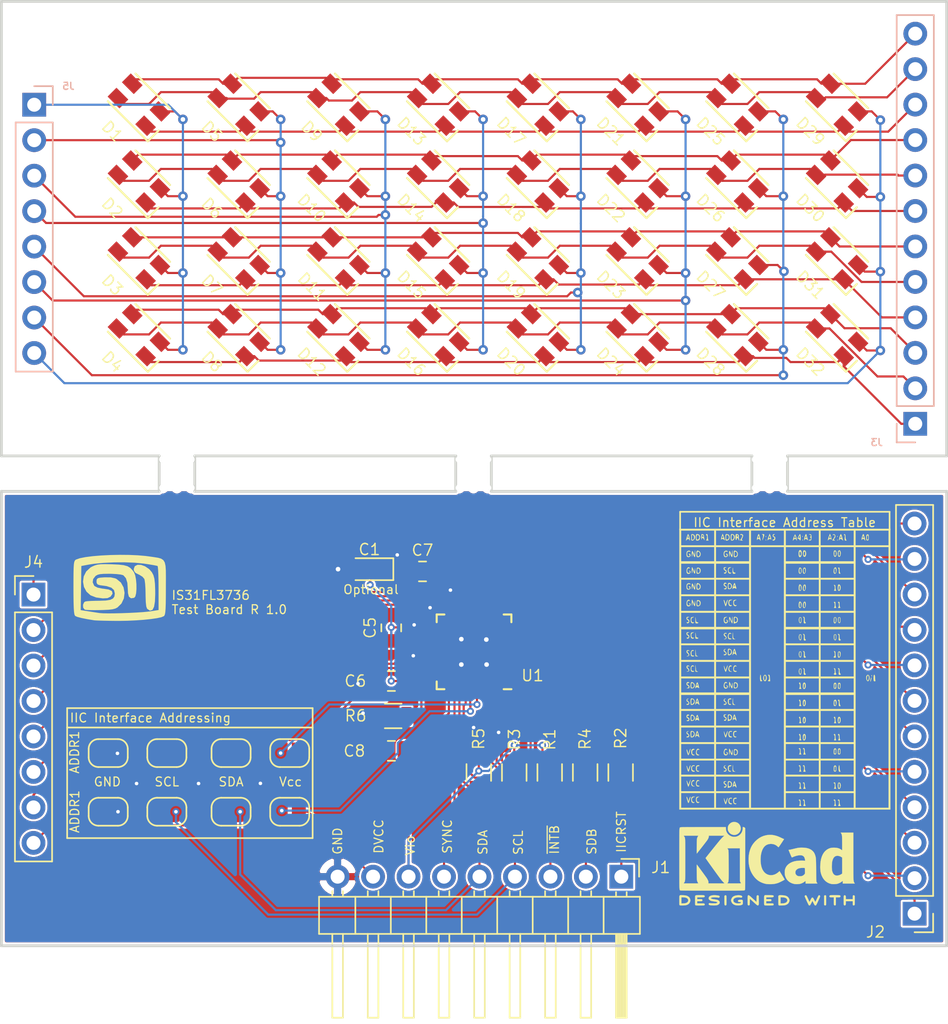
<source format=kicad_pcb>
(kicad_pcb (version 20171130) (host pcbnew "(5.1.5)-3")
  (title_block (title "IS31FL3736 Test Board") (date 2020-04-05) (rev "R 1.0"))
  (layers (0 F.Cu signal) (31 B.Cu signal) (34 B.Paste user) (35 F.Paste user) (36 B.SilkS user) (37 F.SilkS user) (38 B.Mask user) (39 F.Mask user) (44 Edge.Cuts user))
  (net 0 "")
  (net 1 /DVCC)
  (net 2 GND)
  (net 3 /Vio)
  (net 4 /ADDR1)
  (net 5 /SDA)
  (net 6 /SCL)
  (net 7 /ADDR2)
  (net 8 /~INT_B)
  (net 9 /~SDB)
  (net 10 /SYNC)
  (net 11 /IICRST)
  (net 12 "Net-(R6-Pad1)")
  (net 13 /TCS1)
  (net 14 /TSW12)
  (net 15 /TSW10)
  (net 16 /TSW11)
  (net 17 /TSW8)
  (net 18 /TSW7)
  (net 19 /TSW9)
  (net 20 /TSW6)
  (net 21 /TSW4)
  (net 22 /TSW5)
  (net 23 /TSW3)
  (net 24 /TSW1)
  (net 25 /TSW2)
  (net 26 /TCS2)
  (net 27 /TCS3)
  (net 28 /TCS4)
  (net 29 /TCS6)
  (net 30 /TCS7)
  (net 31 /TCS8)
  (net 32 /BSW1)
  (net 33 /BSW2)
  (net 34 /BSW3)
  (net 35 /BSW4)
  (net 36 /BSW5)
  (net 37 /BSW6)
  (net 38 /BSW7)
  (net 39 /BSW8)
  (net 40 /BSW9)
  (net 41 /BSW10)
  (net 42 /BSW11)
  (net 43 /BSW12)
  (net 44 /BCS1)
  (net 45 /BCS2)
  (net 46 /BCS3)
  (net 47 /BCS4)
  (net 48 /BCS5)
  (net 49 /BCS6)
  (net 50 /BCS7)
  (net 51 /BCS8)
  (net 52 /TCS5)
  (module is31fl3736_dev:Address_Table (layer F.Cu) (at 151.14 81.72)
    (fp_text reference G*** hide)
    (fp_text value LOGO hide)
  )
  (module Symbols:KiCad-Logo2_6mm_SilkScreen (layer F.Cu) (at 149.88 95.66)
    (fp_text reference REF*** hide)
    (fp_text value KiCad-Logo2_6mm_SilkScreen hide)
  )
  (module is31fl3736_dev:MyBasic_rounded_50_1 (layer F.Cu) (at 103.478 75.876)
    (fp_text reference G*** hide)
    (fp_text value LOGO hide)
  )
  (module is31fl3736_dev:MouseBites (layer F.Cu) (at 148.8 69.01 90)
    (fp_text reference REF** hide)
    (fp_text value MouseBites hide)
    (pad "" np_thru_hole circle (at 2.286 2.286 90) (size 0.508 0.508) (drill 0.508) (layers *.Cu))
    (pad "" np_thru_hole circle (at 0.254 2.286 90) (size 0.508 0.508) (drill 0.508) (layers *.Cu))
    (pad "" np_thru_hole circle (at 2.286 1.27 90) (size 0.508 0.508) (drill 0.508) (layers *.Cu))
    (pad "" np_thru_hole circle (at 0.254 1.27 90) (size 0.508 0.508) (drill 0.508) (layers *.Cu))
    (pad "" np_thru_hole circle (at 2.286 0.254 90) (size 0.508 0.508) (drill 0.508) (layers *.Cu))
    (pad "" np_thru_hole circle (at 0.254 0.254 90) (size 0.508 0.508) (drill 0.508) (layers *.Cu))
  )
  (module is31fl3736_dev:MouseBites (layer F.Cu) (at 127.59 69.01 90)
    (fp_text reference REF** hide)
    (fp_text value MouseBites hide)
    (pad "" np_thru_hole circle (at 0.254 0.254 90) (size 0.508 0.508) (drill 0.508) (layers *.Cu))
    (pad "" np_thru_hole circle (at 2.286 0.254 90) (size 0.508 0.508) (drill 0.508) (layers *.Cu))
    (pad "" np_thru_hole circle (at 0.254 1.27 90) (size 0.508 0.508) (drill 0.508) (layers *.Cu))
    (pad "" np_thru_hole circle (at 2.286 1.27 90) (size 0.508 0.508) (drill 0.508) (layers *.Cu))
    (pad "" np_thru_hole circle (at 0.254 2.286 90) (size 0.508 0.508) (drill 0.508) (layers *.Cu))
    (pad "" np_thru_hole circle (at 2.286 2.286 90) (size 0.508 0.508) (drill 0.508) (layers *.Cu))
  )
  (module is31fl3736_dev:MouseBites (layer F.Cu) (at 106.35 69.01 90)
    (fp_text reference REF** hide)
    (fp_text value MouseBites hide)
    (pad "" np_thru_hole circle (at 2.286 2.286 90) (size 0.508 0.508) (drill 0.508) (layers *.Cu))
    (pad "" np_thru_hole circle (at 0.254 2.286 90) (size 0.508 0.508) (drill 0.508) (layers *.Cu))
    (pad "" np_thru_hole circle (at 2.286 1.27 90) (size 0.508 0.508) (drill 0.508) (layers *.Cu))
    (pad "" np_thru_hole circle (at 0.254 1.27 90) (size 0.508 0.508) (drill 0.508) (layers *.Cu))
    (pad "" np_thru_hole circle (at 2.286 0.254 90) (size 0.508 0.508) (drill 0.508) (layers *.Cu))
    (pad "" np_thru_hole circle (at 0.254 0.254 90) (size 0.508 0.508) (drill 0.508) (layers *.Cu))
  )
  (module is31fl3736_dev:LED_RGB_4-PLCC (layer F.Cu) (at 104.9 41.32 315)
    (fp_text reference D1 (at 0 2.7 135) (layer F.SilkS) (effects (font (size 0.8 0.8) (thickness 0.1))))
    (fp_text value LED_RGBA)
    (pad 4 smd rect (at 1.4 -0.725 315) (size 1.2 0.9) (layers F.Cu F.Paste F.Mask) (net 13 /TCS1))
    (pad 3 smd rect (at -1.4 -0.725 315) (size 1.2 0.9) (layers F.Cu F.Paste F.Mask) (net 14 /TSW12))
    (pad 2 smd rect (at -1.4 0.725 315) (size 1.2 0.9) (layers F.Cu F.Paste F.Mask) (net 15 /TSW10))
    (pad 1 smd rect (at 1.4 0.725 315) (size 1.2 0.9) (layers F.Cu F.Paste F.Mask) (net 16 /TSW11))
  )
  (module is31fl3736_dev:LED_RGB_4-PLCC (layer F.Cu) (at 154.9 57.82 315)
    (fp_text reference D32 (at 0 2.7 135) (layer F.SilkS) (effects (font (size 0.8 0.8) (thickness 0.1))))
    (fp_text value LED_RGBA)
    (pad 4 smd rect (at 1.4 -0.725 315) (size 1.2 0.9) (layers F.Cu F.Paste F.Mask) (net 31 /TCS8))
    (pad 3 smd rect (at -1.4 -0.725 315) (size 1.2 0.9) (layers F.Cu F.Paste F.Mask) (net 23 /TSW3))
    (pad 2 smd rect (at -1.4 0.725 315) (size 1.2 0.9) (layers F.Cu F.Paste F.Mask) (net 24 /TSW1))
    (pad 1 smd rect (at 1.4 0.725 315) (size 1.2 0.9) (layers F.Cu F.Paste F.Mask) (net 25 /TSW2))
  )
  (module is31fl3736_dev:LED_RGB_4-PLCC (layer F.Cu) (at 104.9 46.82 315)
    (fp_text reference D2 (at 0 2.7 135) (layer F.SilkS) (effects (font (size 0.8 0.8) (thickness 0.1))))
    (fp_text value LED_RGBA)
    (pad 4 smd rect (at 1.4 -0.725 315) (size 1.2 0.9) (layers F.Cu F.Paste F.Mask) (net 13 /TCS1))
    (pad 3 smd rect (at -1.4 -0.725 315) (size 1.2 0.9) (layers F.Cu F.Paste F.Mask) (net 19 /TSW9))
    (pad 2 smd rect (at -1.4 0.725 315) (size 1.2 0.9) (layers F.Cu F.Paste F.Mask) (net 18 /TSW7))
    (pad 1 smd rect (at 1.4 0.725 315) (size 1.2 0.9) (layers F.Cu F.Paste F.Mask) (net 17 /TSW8))
  )
  (module is31fl3736_dev:LED_RGB_4-PLCC (layer F.Cu) (at 104.9 52.32 315)
    (fp_text reference D3 (at 0 2.7 135) (layer F.SilkS) (effects (font (size 0.8 0.8) (thickness 0.1))))
    (fp_text value LED_RGBA)
    (pad 4 smd rect (at 1.4 -0.725 315) (size 1.2 0.9) (layers F.Cu F.Paste F.Mask) (net 13 /TCS1))
    (pad 3 smd rect (at -1.4 -0.725 315) (size 1.2 0.9) (layers F.Cu F.Paste F.Mask) (net 20 /TSW6))
    (pad 2 smd rect (at -1.4 0.725 315) (size 1.2 0.9) (layers F.Cu F.Paste F.Mask) (net 21 /TSW4))
    (pad 1 smd rect (at 1.4 0.725 315) (size 1.2 0.9) (layers F.Cu F.Paste F.Mask) (net 22 /TSW5))
  )
  (module is31fl3736_dev:LED_RGB_4-PLCC (layer F.Cu) (at 104.9 57.82 315)
    (fp_text reference D4 (at 0 2.7 135) (layer F.SilkS) (effects (font (size 0.8 0.8) (thickness 0.1))))
    (fp_text value LED_RGBA)
    (pad 4 smd rect (at 1.4 -0.725 315) (size 1.2 0.9) (layers F.Cu F.Paste F.Mask) (net 13 /TCS1))
    (pad 3 smd rect (at -1.4 -0.725 315) (size 1.2 0.9) (layers F.Cu F.Paste F.Mask) (net 23 /TSW3))
    (pad 2 smd rect (at -1.4 0.725 315) (size 1.2 0.9) (layers F.Cu F.Paste F.Mask) (net 24 /TSW1))
    (pad 1 smd rect (at 1.4 0.725 315) (size 1.2 0.9) (layers F.Cu F.Paste F.Mask) (net 25 /TSW2))
  )
  (module is31fl3736_dev:LED_RGB_4-PLCC (layer F.Cu) (at 112.042857 41.32 315)
    (fp_text reference D5 (at 0 2.7 135) (layer F.SilkS) (effects (font (size 0.8 0.8) (thickness 0.1))))
    (fp_text value LED_RGBA)
    (pad 4 smd rect (at 1.4 -0.725 315) (size 1.2 0.9) (layers F.Cu F.Paste F.Mask) (net 26 /TCS2))
    (pad 3 smd rect (at -1.4 -0.725 315) (size 1.2 0.9) (layers F.Cu F.Paste F.Mask) (net 14 /TSW12))
    (pad 2 smd rect (at -1.4 0.725 315) (size 1.2 0.9) (layers F.Cu F.Paste F.Mask) (net 15 /TSW10))
    (pad 1 smd rect (at 1.4 0.725 315) (size 1.2 0.9) (layers F.Cu F.Paste F.Mask) (net 16 /TSW11))
  )
  (module is31fl3736_dev:LED_RGB_4-PLCC (layer F.Cu) (at 112.042857 46.82 315)
    (fp_text reference D6 (at 0 2.7 135) (layer F.SilkS) (effects (font (size 0.8 0.8) (thickness 0.1))))
    (fp_text value LED_RGBA)
    (pad 4 smd rect (at 1.4 -0.725 315) (size 1.2 0.9) (layers F.Cu F.Paste F.Mask) (net 26 /TCS2))
    (pad 3 smd rect (at -1.4 -0.725 315) (size 1.2 0.9) (layers F.Cu F.Paste F.Mask) (net 19 /TSW9))
    (pad 2 smd rect (at -1.4 0.725 315) (size 1.2 0.9) (layers F.Cu F.Paste F.Mask) (net 18 /TSW7))
    (pad 1 smd rect (at 1.4 0.725 315) (size 1.2 0.9) (layers F.Cu F.Paste F.Mask) (net 17 /TSW8))
  )
  (module is31fl3736_dev:LED_RGB_4-PLCC (layer F.Cu) (at 112.042857 52.32 315)
    (fp_text reference D7 (at 0 2.7 135) (layer F.SilkS) (effects (font (size 0.8 0.8) (thickness 0.1))))
    (fp_text value LED_RGBA)
    (pad 4 smd rect (at 1.4 -0.725 315) (size 1.2 0.9) (layers F.Cu F.Paste F.Mask) (net 26 /TCS2))
    (pad 3 smd rect (at -1.4 -0.725 315) (size 1.2 0.9) (layers F.Cu F.Paste F.Mask) (net 20 /TSW6))
    (pad 2 smd rect (at -1.4 0.725 315) (size 1.2 0.9) (layers F.Cu F.Paste F.Mask) (net 21 /TSW4))
    (pad 1 smd rect (at 1.4 0.725 315) (size 1.2 0.9) (layers F.Cu F.Paste F.Mask) (net 22 /TSW5))
  )
  (module is31fl3736_dev:LED_RGB_4-PLCC (layer F.Cu) (at 112.042857 57.82 315)
    (fp_text reference D8 (at 0 2.7 135) (layer F.SilkS) (effects (font (size 0.8 0.8) (thickness 0.1))))
    (fp_text value LED_RGBA)
    (pad 4 smd rect (at 1.4 -0.725 315) (size 1.2 0.9) (layers F.Cu F.Paste F.Mask) (net 26 /TCS2))
    (pad 3 smd rect (at -1.4 -0.725 315) (size 1.2 0.9) (layers F.Cu F.Paste F.Mask) (net 23 /TSW3))
    (pad 2 smd rect (at -1.4 0.725 315) (size 1.2 0.9) (layers F.Cu F.Paste F.Mask) (net 24 /TSW1))
    (pad 1 smd rect (at 1.4 0.725 315) (size 1.2 0.9) (layers F.Cu F.Paste F.Mask) (net 25 /TSW2))
  )
  (module is31fl3736_dev:LED_RGB_4-PLCC (layer F.Cu) (at 119.185714 41.32 315)
    (fp_text reference D9 (at 0 2.7 135) (layer F.SilkS) (effects (font (size 0.8 0.8) (thickness 0.1))))
    (fp_text value LED_RGBA)
    (pad 4 smd rect (at 1.4 -0.725 315) (size 1.2 0.9) (layers F.Cu F.Paste F.Mask) (net 27 /TCS3))
    (pad 3 smd rect (at -1.4 -0.725 315) (size 1.2 0.9) (layers F.Cu F.Paste F.Mask) (net 14 /TSW12))
    (pad 2 smd rect (at -1.4 0.725 315) (size 1.2 0.9) (layers F.Cu F.Paste F.Mask) (net 15 /TSW10))
    (pad 1 smd rect (at 1.4 0.725 315) (size 1.2 0.9) (layers F.Cu F.Paste F.Mask) (net 16 /TSW11))
  )
  (module is31fl3736_dev:LED_RGB_4-PLCC (layer F.Cu) (at 119.185714 46.82 315)
    (fp_text reference D10 (at 0 2.7 135) (layer F.SilkS) (effects (font (size 0.8 0.8) (thickness 0.1))))
    (fp_text value LED_RGBA)
    (pad 4 smd rect (at 1.4 -0.725 315) (size 1.2 0.9) (layers F.Cu F.Paste F.Mask) (net 27 /TCS3))
    (pad 3 smd rect (at -1.4 -0.725 315) (size 1.2 0.9) (layers F.Cu F.Paste F.Mask) (net 19 /TSW9))
    (pad 2 smd rect (at -1.4 0.725 315) (size 1.2 0.9) (layers F.Cu F.Paste F.Mask) (net 18 /TSW7))
    (pad 1 smd rect (at 1.4 0.725 315) (size 1.2 0.9) (layers F.Cu F.Paste F.Mask) (net 17 /TSW8))
  )
  (module is31fl3736_dev:LED_RGB_4-PLCC (layer F.Cu) (at 119.185714 52.32 315)
    (fp_text reference D11 (at 0.114286 2.775 135) (layer F.SilkS) (effects (font (size 0.8 0.8) (thickness 0.1))))
    (fp_text value LED_RGBA)
    (pad 4 smd rect (at 1.4 -0.725 315) (size 1.2 0.9) (layers F.Cu F.Paste F.Mask) (net 27 /TCS3))
    (pad 3 smd rect (at -1.4 -0.725 315) (size 1.2 0.9) (layers F.Cu F.Paste F.Mask) (net 20 /TSW6))
    (pad 2 smd rect (at -1.4 0.725 315) (size 1.2 0.9) (layers F.Cu F.Paste F.Mask) (net 21 /TSW4))
    (pad 1 smd rect (at 1.4 0.725 315) (size 1.2 0.9) (layers F.Cu F.Paste F.Mask) (net 22 /TSW5))
  )
  (module is31fl3736_dev:LED_RGB_4-PLCC (layer F.Cu) (at 119.185714 57.82 315)
    (fp_text reference D12 (at 0 2.7 135) (layer F.SilkS) (effects (font (size 0.8 0.8) (thickness 0.1))))
    (fp_text value LED_RGBA)
    (pad 4 smd rect (at 1.4 -0.725 315) (size 1.2 0.9) (layers F.Cu F.Paste F.Mask) (net 27 /TCS3))
    (pad 3 smd rect (at -1.4 -0.725 315) (size 1.2 0.9) (layers F.Cu F.Paste F.Mask) (net 23 /TSW3))
    (pad 2 smd rect (at -1.4 0.725 315) (size 1.2 0.9) (layers F.Cu F.Paste F.Mask) (net 24 /TSW1))
    (pad 1 smd rect (at 1.4 0.725 315) (size 1.2 0.9) (layers F.Cu F.Paste F.Mask) (net 25 /TSW2))
  )
  (module is31fl3736_dev:LED_RGB_4-PLCC (layer F.Cu) (at 126.328571 41.32 315)
    (fp_text reference D13 (at 0 2.7 135) (layer F.SilkS) (effects (font (size 0.8 0.8) (thickness 0.1))))
    (fp_text value LED_RGBA)
    (pad 4 smd rect (at 1.4 -0.725 315) (size 1.2 0.9) (layers F.Cu F.Paste F.Mask) (net 28 /TCS4))
    (pad 3 smd rect (at -1.4 -0.725 315) (size 1.2 0.9) (layers F.Cu F.Paste F.Mask) (net 14 /TSW12))
    (pad 2 smd rect (at -1.4 0.725 315) (size 1.2 0.9) (layers F.Cu F.Paste F.Mask) (net 15 /TSW10))
    (pad 1 smd rect (at 1.4 0.725 315) (size 1.2 0.9) (layers F.Cu F.Paste F.Mask) (net 16 /TSW11))
  )
  (module is31fl3736_dev:LED_RGB_4-PLCC (layer F.Cu) (at 126.328571 46.82 315)
    (fp_text reference D14 (at 0 2.7 135) (layer F.SilkS) (effects (font (size 0.8 0.8) (thickness 0.1))))
    (fp_text value LED_RGBA)
    (pad 4 smd rect (at 1.4 -0.725 315) (size 1.2 0.9) (layers F.Cu F.Paste F.Mask) (net 28 /TCS4))
    (pad 3 smd rect (at -1.4 -0.725 315) (size 1.2 0.9) (layers F.Cu F.Paste F.Mask) (net 19 /TSW9))
    (pad 2 smd rect (at -1.4 0.725 315) (size 1.2 0.9) (layers F.Cu F.Paste F.Mask) (net 18 /TSW7))
    (pad 1 smd rect (at 1.4 0.725 315) (size 1.2 0.9) (layers F.Cu F.Paste F.Mask) (net 17 /TSW8))
  )
  (module is31fl3736_dev:LED_RGB_4-PLCC (layer F.Cu) (at 126.328571 52.32 315)
    (fp_text reference D15 (at 0 2.7 135) (layer F.SilkS) (effects (font (size 0.8 0.8) (thickness 0.1))))
    (fp_text value LED_RGBA)
    (pad 4 smd rect (at 1.4 -0.725 315) (size 1.2 0.9) (layers F.Cu F.Paste F.Mask) (net 28 /TCS4))
    (pad 3 smd rect (at -1.4 -0.725 315) (size 1.2 0.9) (layers F.Cu F.Paste F.Mask) (net 20 /TSW6))
    (pad 2 smd rect (at -1.4 0.725 315) (size 1.2 0.9) (layers F.Cu F.Paste F.Mask) (net 21 /TSW4))
    (pad 1 smd rect (at 1.4 0.725 315) (size 1.2 0.9) (layers F.Cu F.Paste F.Mask) (net 22 /TSW5))
  )
  (module is31fl3736_dev:LED_RGB_4-PLCC (layer F.Cu) (at 126.328571 57.82 315)
    (fp_text reference D16 (at 0 2.7 135) (layer F.SilkS) (effects (font (size 0.8 0.8) (thickness 0.1))))
    (fp_text value LED_RGBA)
    (pad 4 smd rect (at 1.4 -0.725 315) (size 1.2 0.9) (layers F.Cu F.Paste F.Mask) (net 28 /TCS4))
    (pad 3 smd rect (at -1.4 -0.725 315) (size 1.2 0.9) (layers F.Cu F.Paste F.Mask) (net 23 /TSW3))
    (pad 2 smd rect (at -1.4 0.725 315) (size 1.2 0.9) (layers F.Cu F.Paste F.Mask) (net 24 /TSW1))
    (pad 1 smd rect (at 1.4 0.725 315) (size 1.2 0.9) (layers F.Cu F.Paste F.Mask) (net 25 /TSW2))
  )
  (module is31fl3736_dev:LED_RGB_4-PLCC (layer F.Cu) (at 133.471428 41.32 315)
    (fp_text reference D17 (at 0 2.7 135) (layer F.SilkS) (effects (font (size 0.8 0.8) (thickness 0.1))))
    (fp_text value LED_RGBA)
    (pad 4 smd rect (at 1.4 -0.725 315) (size 1.2 0.9) (layers F.Cu F.Paste F.Mask) (net 52 /TCS5))
    (pad 3 smd rect (at -1.4 -0.725 315) (size 1.2 0.9) (layers F.Cu F.Paste F.Mask) (net 14 /TSW12))
    (pad 2 smd rect (at -1.4 0.725 315) (size 1.2 0.9) (layers F.Cu F.Paste F.Mask) (net 15 /TSW10))
    (pad 1 smd rect (at 1.4 0.725 315) (size 1.2 0.9) (layers F.Cu F.Paste F.Mask) (net 16 /TSW11))
  )
  (module is31fl3736_dev:LED_RGB_4-PLCC (layer F.Cu) (at 133.471428 46.82 315)
    (fp_text reference D18 (at 0 2.7 135) (layer F.SilkS) (effects (font (size 0.8 0.8) (thickness 0.1))))
    (fp_text value LED_RGBA)
    (pad 4 smd rect (at 1.4 -0.725 315) (size 1.2 0.9) (layers F.Cu F.Paste F.Mask) (net 52 /TCS5))
    (pad 3 smd rect (at -1.4 -0.725 315) (size 1.2 0.9) (layers F.Cu F.Paste F.Mask) (net 19 /TSW9))
    (pad 2 smd rect (at -1.4 0.725 315) (size 1.2 0.9) (layers F.Cu F.Paste F.Mask) (net 18 /TSW7))
    (pad 1 smd rect (at 1.4 0.725 315) (size 1.2 0.9) (layers F.Cu F.Paste F.Mask) (net 17 /TSW8))
  )
  (module is31fl3736_dev:LED_RGB_4-PLCC (layer F.Cu) (at 133.471428 52.32 315)
    (fp_text reference D19 (at 0 2.7 135) (layer F.SilkS) (effects (font (size 0.8 0.8) (thickness 0.1))))
    (fp_text value LED_RGBA)
    (pad 4 smd rect (at 1.4 -0.725 315) (size 1.2 0.9) (layers F.Cu F.Paste F.Mask) (net 52 /TCS5))
    (pad 3 smd rect (at -1.4 -0.725 315) (size 1.2 0.9) (layers F.Cu F.Paste F.Mask) (net 20 /TSW6))
    (pad 2 smd rect (at -1.4 0.725 315) (size 1.2 0.9) (layers F.Cu F.Paste F.Mask) (net 21 /TSW4))
    (pad 1 smd rect (at 1.4 0.725 315) (size 1.2 0.9) (layers F.Cu F.Paste F.Mask) (net 22 /TSW5))
  )
  (module is31fl3736_dev:LED_RGB_4-PLCC (layer F.Cu) (at 133.471428 57.82 315)
    (fp_text reference D20 (at 0 2.7 135) (layer F.SilkS) (effects (font (size 0.8 0.8) (thickness 0.1))))
    (fp_text value LED_RGBA)
    (pad 4 smd rect (at 1.4 -0.725 315) (size 1.2 0.9) (layers F.Cu F.Paste F.Mask) (net 52 /TCS5))
    (pad 3 smd rect (at -1.4 -0.725 315) (size 1.2 0.9) (layers F.Cu F.Paste F.Mask) (net 23 /TSW3))
    (pad 2 smd rect (at -1.4 0.725 315) (size 1.2 0.9) (layers F.Cu F.Paste F.Mask) (net 24 /TSW1))
    (pad 1 smd rect (at 1.4 0.725 315) (size 1.2 0.9) (layers F.Cu F.Paste F.Mask) (net 25 /TSW2))
  )
  (module is31fl3736_dev:LED_RGB_4-PLCC (layer F.Cu) (at 140.614285 41.32 315)
    (fp_text reference D21 (at 0 2.7 135) (layer F.SilkS) (effects (font (size 0.8 0.8) (thickness 0.1))))
    (fp_text value LED_RGBA)
    (pad 4 smd rect (at 1.4 -0.725 315) (size 1.2 0.9) (layers F.Cu F.Paste F.Mask) (net 29 /TCS6))
    (pad 3 smd rect (at -1.4 -0.725 315) (size 1.2 0.9) (layers F.Cu F.Paste F.Mask) (net 14 /TSW12))
    (pad 2 smd rect (at -1.4 0.725 315) (size 1.2 0.9) (layers F.Cu F.Paste F.Mask) (net 15 /TSW10))
    (pad 1 smd rect (at 1.4 0.725 315) (size 1.2 0.9) (layers F.Cu F.Paste F.Mask) (net 16 /TSW11))
  )
  (module is31fl3736_dev:LED_RGB_4-PLCC (layer F.Cu) (at 140.614285 46.82 315)
    (fp_text reference D22 (at 0 2.7 135) (layer F.SilkS) (effects (font (size 0.8 0.8) (thickness 0.1))))
    (fp_text value LED_RGBA)
    (pad 4 smd rect (at 1.4 -0.725 315) (size 1.2 0.9) (layers F.Cu F.Paste F.Mask) (net 29 /TCS6))
    (pad 3 smd rect (at -1.4 -0.725 315) (size 1.2 0.9) (layers F.Cu F.Paste F.Mask) (net 19 /TSW9))
    (pad 2 smd rect (at -1.4 0.725 315) (size 1.2 0.9) (layers F.Cu F.Paste F.Mask) (net 18 /TSW7))
    (pad 1 smd rect (at 1.4 0.725 315) (size 1.2 0.9) (layers F.Cu F.Paste F.Mask) (net 17 /TSW8))
  )
  (module is31fl3736_dev:LED_RGB_4-PLCC (layer F.Cu) (at 140.614285 52.32 315)
    (fp_text reference D23 (at 0 2.7 135) (layer F.SilkS) (effects (font (size 0.8 0.8) (thickness 0.1))))
    (fp_text value LED_RGBA)
    (pad 4 smd rect (at 1.4 -0.725 315) (size 1.2 0.9) (layers F.Cu F.Paste F.Mask) (net 29 /TCS6))
    (pad 3 smd rect (at -1.4 -0.725 315) (size 1.2 0.9) (layers F.Cu F.Paste F.Mask) (net 20 /TSW6))
    (pad 2 smd rect (at -1.4 0.725 315) (size 1.2 0.9) (layers F.Cu F.Paste F.Mask) (net 21 /TSW4))
    (pad 1 smd rect (at 1.4 0.725 315) (size 1.2 0.9) (layers F.Cu F.Paste F.Mask) (net 22 /TSW5))
  )
  (module is31fl3736_dev:LED_RGB_4-PLCC (layer F.Cu) (at 140.614285 57.82 315)
    (fp_text reference D24 (at 0 2.7 135) (layer F.SilkS) (effects (font (size 0.8 0.8) (thickness 0.1))))
    (fp_text value LED_RGBA)
    (pad 4 smd rect (at 1.4 -0.725 315) (size 1.2 0.9) (layers F.Cu F.Paste F.Mask) (net 29 /TCS6))
    (pad 3 smd rect (at -1.4 -0.725 315) (size 1.2 0.9) (layers F.Cu F.Paste F.Mask) (net 23 /TSW3))
    (pad 2 smd rect (at -1.4 0.725 315) (size 1.2 0.9) (layers F.Cu F.Paste F.Mask) (net 24 /TSW1))
    (pad 1 smd rect (at 1.4 0.725 315) (size 1.2 0.9) (layers F.Cu F.Paste F.Mask) (net 25 /TSW2))
  )
  (module is31fl3736_dev:LED_RGB_4-PLCC (layer F.Cu) (at 147.757142 41.32 315)
    (fp_text reference D25 (at 0 2.7 135) (layer F.SilkS) (effects (font (size 0.8 0.8) (thickness 0.1))))
    (fp_text value LED_RGBA)
    (pad 4 smd rect (at 1.4 -0.725 315) (size 1.2 0.9) (layers F.Cu F.Paste F.Mask) (net 30 /TCS7))
    (pad 3 smd rect (at -1.4 -0.725 315) (size 1.2 0.9) (layers F.Cu F.Paste F.Mask) (net 14 /TSW12))
    (pad 2 smd rect (at -1.4 0.725 315) (size 1.2 0.9) (layers F.Cu F.Paste F.Mask) (net 15 /TSW10))
    (pad 1 smd rect (at 1.4 0.725 315) (size 1.2 0.9) (layers F.Cu F.Paste F.Mask) (net 16 /TSW11))
  )
  (module is31fl3736_dev:LED_RGB_4-PLCC (layer F.Cu) (at 147.757142 46.82 315)
    (fp_text reference D26 (at 0 2.7 135) (layer F.SilkS) (effects (font (size 0.8 0.8) (thickness 0.1))))
    (fp_text value LED_RGBA)
    (pad 4 smd rect (at 1.4 -0.725 315) (size 1.2 0.9) (layers F.Cu F.Paste F.Mask) (net 30 /TCS7))
    (pad 3 smd rect (at -1.4 -0.725 315) (size 1.2 0.9) (layers F.Cu F.Paste F.Mask) (net 19 /TSW9))
    (pad 2 smd rect (at -1.4 0.725 315) (size 1.2 0.9) (layers F.Cu F.Paste F.Mask) (net 18 /TSW7))
    (pad 1 smd rect (at 1.4 0.725 315) (size 1.2 0.9) (layers F.Cu F.Paste F.Mask) (net 17 /TSW8))
  )
  (module is31fl3736_dev:LED_RGB_4-PLCC (layer F.Cu) (at 147.757142 52.32 315)
    (fp_text reference D27 (at 0 2.7 135) (layer F.SilkS) (effects (font (size 0.8 0.8) (thickness 0.1))))
    (fp_text value LED_RGBA)
    (pad 4 smd rect (at 1.4 -0.725 315) (size 1.2 0.9) (layers F.Cu F.Paste F.Mask) (net 30 /TCS7))
    (pad 3 smd rect (at -1.4 -0.725 315) (size 1.2 0.9) (layers F.Cu F.Paste F.Mask) (net 20 /TSW6))
    (pad 2 smd rect (at -1.4 0.725 315) (size 1.2 0.9) (layers F.Cu F.Paste F.Mask) (net 21 /TSW4))
    (pad 1 smd rect (at 1.4 0.725 315) (size 1.2 0.9) (layers F.Cu F.Paste F.Mask) (net 22 /TSW5))
  )
  (module is31fl3736_dev:LED_RGB_4-PLCC (layer F.Cu) (at 147.757142 57.82 315)
    (fp_text reference D28 (at 0 2.7 135) (layer F.SilkS) (effects (font (size 0.8 0.8) (thickness 0.1))))
    (fp_text value LED_RGBA)
    (pad 4 smd rect (at 1.4 -0.725 315) (size 1.2 0.9) (layers F.Cu F.Paste F.Mask) (net 30 /TCS7))
    (pad 3 smd rect (at -1.4 -0.725 315) (size 1.2 0.9) (layers F.Cu F.Paste F.Mask) (net 23 /TSW3))
    (pad 2 smd rect (at -1.4 0.725 315) (size 1.2 0.9) (layers F.Cu F.Paste F.Mask) (net 24 /TSW1))
    (pad 1 smd rect (at 1.4 0.725 315) (size 1.2 0.9) (layers F.Cu F.Paste F.Mask) (net 25 /TSW2))
  )
  (module is31fl3736_dev:LED_RGB_4-PLCC (layer F.Cu) (at 154.9 41.32 315)
    (fp_text reference D29 (at 0 2.7 135) (layer F.SilkS) (effects (font (size 0.8 0.8) (thickness 0.1))))
    (fp_text value LED_RGBA)
    (pad 4 smd rect (at 1.4 -0.725 315) (size 1.2 0.9) (layers F.Cu F.Paste F.Mask) (net 31 /TCS8))
    (pad 3 smd rect (at -1.4 -0.725 315) (size 1.2 0.9) (layers F.Cu F.Paste F.Mask) (net 14 /TSW12))
    (pad 2 smd rect (at -1.4 0.725 315) (size 1.2 0.9) (layers F.Cu F.Paste F.Mask) (net 15 /TSW10))
    (pad 1 smd rect (at 1.4 0.725 315) (size 1.2 0.9) (layers F.Cu F.Paste F.Mask) (net 16 /TSW11))
  )
  (module is31fl3736_dev:LED_RGB_4-PLCC (layer F.Cu) (at 154.9 46.82 315)
    (fp_text reference D30 (at 0 2.7 135) (layer F.SilkS) (effects (font (size 0.8 0.8) (thickness 0.1))))
    (fp_text value LED_RGBA)
    (pad 4 smd rect (at 1.4 -0.725 315) (size 1.2 0.9) (layers F.Cu F.Paste F.Mask) (net 31 /TCS8))
    (pad 3 smd rect (at -1.4 -0.725 315) (size 1.2 0.9) (layers F.Cu F.Paste F.Mask) (net 19 /TSW9))
    (pad 2 smd rect (at -1.4 0.725 315) (size 1.2 0.9) (layers F.Cu F.Paste F.Mask) (net 18 /TSW7))
    (pad 1 smd rect (at 1.4 0.725 315) (size 1.2 0.9) (layers F.Cu F.Paste F.Mask) (net 17 /TSW8))
  )
  (module is31fl3736_dev:LED_RGB_4-PLCC (layer F.Cu) (at 154.9 52.32 315)
    (fp_text reference D31 (at 0 2.7 135) (layer F.SilkS) (effects (font (size 0.8 0.8) (thickness 0.1))))
    (fp_text value LED_RGBA)
    (pad 4 smd rect (at 1.4 -0.725 315) (size 1.2 0.9) (layers F.Cu F.Paste F.Mask) (net 31 /TCS8))
    (pad 3 smd rect (at -1.4 -0.725 315) (size 1.2 0.9) (layers F.Cu F.Paste F.Mask) (net 20 /TSW6))
    (pad 2 smd rect (at -1.4 0.725 315) (size 1.2 0.9) (layers F.Cu F.Paste F.Mask) (net 21 /TSW4))
    (pad 1 smd rect (at 1.4 0.725 315) (size 1.2 0.9) (layers F.Cu F.Paste F.Mask) (net 22 /TSW5))
  )
  (module Resistors_SMD:R_0805 (layer F.Cu) (at 123.11 85.089998 180)
    (fp_text reference R6 (at 2.689999 0.009999) (layer F.SilkS) (effects (font (size 0.8 0.8) (thickness 0.1))))
    (fp_text value 20kΩ)
    (pad 1 smd rect (at -0.95 0 180) (size 0.7 1.3) (layers F.Cu F.Paste F.Mask) (net 12 "Net-(R6-Pad1)"))
    (pad 2 smd rect (at 0.95 0 180) (size 0.7 1.3) (layers F.Cu F.Paste F.Mask) (net 2 GND))
  )
  (module Resistors_SMD:R_0805 (layer F.Cu) (at 129.24 89.14 90)
    (fp_text reference R5 (at 2.41 -0.01 90) (layer F.SilkS) (effects (font (size 0.8 0.8) (thickness 0.1))))
    (fp_text value 1kΩ)
    (pad 1 smd rect (at -0.95 0 90) (size 0.7 1.3) (layers F.Cu F.Paste F.Mask) (net 5 /SDA))
    (pad 2 smd rect (at 0.95 0 90) (size 0.7 1.3) (layers F.Cu F.Paste F.Mask) (net 3 /Vio))
  )
  (module Resistors_SMD:R_0805 (layer F.Cu) (at 136.86 89.14 270)
    (fp_text reference R4 (at -2.4 0.01 90) (layer F.SilkS) (effects (font (size 0.8 0.8) (thickness 0.1))))
    (fp_text value 100kΩ)
    (pad 1 smd rect (at -0.95 0 270) (size 0.7 1.3) (layers F.Cu F.Paste F.Mask) (net 2 GND))
    (pad 2 smd rect (at 0.95 0 270) (size 0.7 1.3) (layers F.Cu F.Paste F.Mask) (net 9 /~SDB))
  )
  (module Resistors_SMD:R_0805 (layer F.Cu) (at 131.78 89.14 90)
    (fp_text reference R3 (at 2.37 0.01 90) (layer F.SilkS) (effects (font (size 0.8 0.8) (thickness 0.1))))
    (fp_text value 1kΩ)
    (pad 1 smd rect (at -0.95 0 90) (size 0.7 1.3) (layers F.Cu F.Paste F.Mask) (net 6 /SCL))
    (pad 2 smd rect (at 0.95 0 90) (size 0.7 1.3) (layers F.Cu F.Paste F.Mask) (net 3 /Vio))
  )
  (module Resistors_SMD:R_0805 (layer F.Cu) (at 139.4 89.14 270)
    (fp_text reference R2 (at -2.45 0 90) (layer F.SilkS) (effects (font (size 0.8 0.8) (thickness 0.1))))
    (fp_text value 100kΩ)
    (pad 1 smd rect (at -0.95 0 270) (size 0.7 1.3) (layers F.Cu F.Paste F.Mask) (net 2 GND))
    (pad 2 smd rect (at 0.95 0 270) (size 0.7 1.3) (layers F.Cu F.Paste F.Mask) (net 11 /IICRST))
  )
  (module Resistors_SMD:R_0805 (layer F.Cu) (at 134.32 89.14 90)
    (fp_text reference R1 (at 2.36 0 90) (layer F.SilkS) (effects (font (size 0.8 0.8) (thickness 0.1))))
    (fp_text value 100kΩ)
    (pad 1 smd rect (at -0.95 0 90) (size 0.7 1.3) (layers F.Cu F.Paste F.Mask) (net 8 /~INT_B))
    (pad 2 smd rect (at 0.95 0 90) (size 0.7 1.3) (layers F.Cu F.Paste F.Mask) (net 3 /Vio))
  )
  (module Housings_DFN_QFN:QFN-40-1EP_5x5mm_Pitch0.4mm (layer F.Cu) (at 128.9 80.5 180)
    (fp_text reference U1 (at -4.19 -1.7) (layer F.SilkS) (effects (font (size 0.8 0.8) (thickness 0.1))))
    (fp_text value IS31FL3736)
    (pad 1 smd oval (at -2.45 -1.8 180) (size 0.85 0.2) (layers F.Cu F.Paste F.Mask) (net 32 /BSW1))
    (pad 2 smd oval (at -2.45 -1.4 180) (size 0.85 0.2) (layers F.Cu F.Paste F.Mask) (net 33 /BSW2))
    (pad 3 smd oval (at -2.45 -1 180) (size 0.85 0.2) (layers F.Cu F.Paste F.Mask) (net 34 /BSW3))
    (pad 4 smd oval (at -2.45 -0.6 180) (size 0.85 0.2) (layers F.Cu F.Paste F.Mask) (net 2 GND))
    (pad 5 smd oval (at -2.45 -0.2 180) (size 0.85 0.2) (layers F.Cu F.Paste F.Mask) (net 35 /BSW4))
    (pad 6 smd oval (at -2.45 0.2 180) (size 0.85 0.2) (layers F.Cu F.Paste F.Mask) (net 36 /BSW5))
    (pad 7 smd oval (at -2.45 0.6 180) (size 0.85 0.2) (layers F.Cu F.Paste F.Mask) (net 37 /BSW6))
    (pad 8 smd oval (at -2.45 1 180) (size 0.85 0.2) (layers F.Cu F.Paste F.Mask) (net 38 /BSW7))
    (pad 9 smd oval (at -2.45 1.4 180) (size 0.85 0.2) (layers F.Cu F.Paste F.Mask) (net 39 /BSW8))
    (pad 10 smd oval (at -2.45 1.8 180) (size 0.85 0.2) (layers F.Cu F.Paste F.Mask) (net 40 /BSW9))
    (pad 11 smd oval (at -1.8 2.45 270) (size 0.85 0.2) (layers F.Cu F.Paste F.Mask) (net 2 GND))
    (pad 12 smd oval (at -1.4 2.45 270) (size 0.85 0.2) (layers F.Cu F.Paste F.Mask) (net 41 /BSW10))
    (pad 13 smd oval (at -1 2.45 270) (size 0.85 0.2) (layers F.Cu F.Paste F.Mask) (net 42 /BSW11))
    (pad 14 smd oval (at -0.6 2.45 270) (size 0.85 0.2) (layers F.Cu F.Paste F.Mask) (net 43 /BSW12))
    (pad 15 smd oval (at -0.2 2.45 270) (size 0.85 0.2) (layers F.Cu F.Paste F.Mask) (net 44 /BCS1))
    (pad 16 smd oval (at 0.2 2.45 270) (size 0.85 0.2) (layers F.Cu F.Paste F.Mask) (net 45 /BCS2))
    (pad 17 smd oval (at 0.6 2.45 270) (size 0.85 0.2) (layers F.Cu F.Paste F.Mask) (net 1 /DVCC))
    (pad 18 smd oval (at 1 2.45 270) (size 0.85 0.2) (layers F.Cu F.Paste F.Mask) (net 46 /BCS3))
    (pad 19 smd oval (at 1.4 2.45 270) (size 0.85 0.2) (layers F.Cu F.Paste F.Mask) (net 47 /BCS4))
    (pad 20 smd oval (at 1.8 2.45 270) (size 0.85 0.2) (layers F.Cu F.Paste F.Mask))
    (pad 21 smd oval (at 2.45 1.8 180) (size 0.85 0.2) (layers F.Cu F.Paste F.Mask) (net 48 /BCS5))
    (pad 22 smd oval (at 2.45 1.4 180) (size 0.85 0.2) (layers F.Cu F.Paste F.Mask) (net 49 /BCS6))
    (pad 23 smd oval (at 2.45 1 180) (size 0.85 0.2) (layers F.Cu F.Paste F.Mask) (net 1 /DVCC))
    (pad 24 smd oval (at 2.45 0.6 180) (size 0.85 0.2) (layers F.Cu F.Paste F.Mask) (net 50 /BCS7))
    (pad 25 smd oval (at 2.45 0.2 180) (size 0.85 0.2) (layers F.Cu F.Paste F.Mask) (net 51 /BCS8))
    (pad 26 smd oval (at 2.45 -0.2 180) (size 0.85 0.2) (layers F.Cu F.Paste F.Mask) (net 2 GND))
    (pad 27 smd oval (at 2.45 -0.6 180) (size 0.85 0.2) (layers F.Cu F.Paste F.Mask) (net 1 /DVCC))
    (pad 28 smd oval (at 2.45 -1 180) (size 0.85 0.2) (layers F.Cu F.Paste F.Mask) (net 1 /DVCC))
    (pad 29 smd oval (at 2.45 -1.4 180) (size 0.85 0.2) (layers F.Cu F.Paste F.Mask))
    (pad 30 smd oval (at 2.45 -1.8 180) (size 0.85 0.2) (layers F.Cu F.Paste F.Mask) (net 12 "Net-(R6-Pad1)"))
    (pad 31 smd oval (at 1.8 -2.45 270) (size 0.85 0.2) (layers F.Cu F.Paste F.Mask) (net 3 /Vio))
    (pad 32 smd oval (at 1.4 -2.45 270) (size 0.85 0.2) (layers F.Cu F.Paste F.Mask) (net 10 /SYNC))
    (pad 33 smd oval (at 1 -2.45 270) (size 0.85 0.2) (layers F.Cu F.Paste F.Mask) (net 5 /SDA))
    (pad 34 smd oval (at 0.6 -2.45 270) (size 0.85 0.2) (layers F.Cu F.Paste F.Mask) (net 6 /SCL))
    (pad 35 smd oval (at 0.2 -2.45 270) (size 0.85 0.2) (layers F.Cu F.Paste F.Mask) (net 4 /ADDR1))
    (pad 36 smd oval (at -0.2 -2.45 270) (size 0.85 0.2) (layers F.Cu F.Paste F.Mask) (net 7 /ADDR2))
    (pad 37 smd oval (at -0.6 -2.45 270) (size 0.85 0.2) (layers F.Cu F.Paste F.Mask) (net 8 /~INT_B))
    (pad 38 smd oval (at -1 -2.45 270) (size 0.85 0.2) (layers F.Cu F.Paste F.Mask) (net 9 /~SDB))
    (pad 39 smd oval (at -1.4 -2.45 270) (size 0.85 0.2) (layers F.Cu F.Paste F.Mask) (net 11 /IICRST))
    (pad 40 smd oval (at -1.8 -2.45 270) (size 0.85 0.2) (layers F.Cu F.Paste F.Mask) (net 2 GND))
    (pad 41 smd rect (at 0.9 0.9 180) (size 1.8 1.8) (layers F.Cu F.Paste F.Mask) (net 2 GND))
    (pad 41 smd rect (at 0.9 -0.9 180) (size 1.8 1.8) (layers F.Cu F.Paste F.Mask) (net 2 GND))
    (pad 41 smd rect (at -0.9 0.9 180) (size 1.8 1.8) (layers F.Cu F.Paste F.Mask) (net 2 GND))
    (pad 41 smd rect (at -0.9 -0.9 180) (size 1.8 1.8) (layers F.Cu F.Paste F.Mask) (net 2 GND))
  )
  (module Pin_Headers:Pin_Header_Straight_1x08_Pitch2.54mm (layer B.Cu) (at 97.4 41.32 180)
    (fp_text reference J5 (at -2.45 1.33) (layer B.SilkS) (effects (font (size 0.5 0.5) (thickness 0.1)) (justify mirror)))
    (fp_text value Top_CS_Connector)
    (pad 1 thru_hole rect (at 0 0 180) (size 1.7 1.7) (drill 1) (layers *.Cu *.Mask) (net 13 /TCS1))
    (pad 2 thru_hole oval (at 0 -2.54 180) (size 1.7 1.7) (drill 1) (layers *.Cu *.Mask) (net 26 /TCS2))
    (pad 3 thru_hole oval (at 0 -5.08 180) (size 1.7 1.7) (drill 1) (layers *.Cu *.Mask) (net 27 /TCS3))
    (pad 4 thru_hole oval (at 0 -7.62 180) (size 1.7 1.7) (drill 1) (layers *.Cu *.Mask) (net 28 /TCS4))
    (pad 5 thru_hole oval (at 0 -10.16 180) (size 1.7 1.7) (drill 1) (layers *.Cu *.Mask) (net 52 /TCS5))
    (pad 6 thru_hole oval (at 0 -12.7 180) (size 1.7 1.7) (drill 1) (layers *.Cu *.Mask) (net 29 /TCS6))
    (pad 7 thru_hole oval (at 0 -15.24 180) (size 1.7 1.7) (drill 1) (layers *.Cu *.Mask) (net 30 /TCS7))
    (pad 8 thru_hole oval (at 0 -17.78 180) (size 1.7 1.7) (drill 1) (layers *.Cu *.Mask) (net 31 /TCS8))
  )
  (module Pin_Headers:Pin_Header_Straight_1x08_Pitch2.54mm (layer F.Cu) (at 97.35 76.4)
    (fp_text reference J4 (at 0 -2.33) (layer F.SilkS) (effects (font (size 0.8 0.8) (thickness 0.1))))
    (fp_text value Bottom_CS_Connector)
    (pad 1 thru_hole rect (at 0 0) (size 1.7 1.7) (drill 1) (layers *.Cu *.Mask) (net 44 /BCS1))
    (pad 2 thru_hole oval (at 0 2.54) (size 1.7 1.7) (drill 1) (layers *.Cu *.Mask) (net 45 /BCS2))
    (pad 3 thru_hole oval (at 0 5.08) (size 1.7 1.7) (drill 1) (layers *.Cu *.Mask) (net 46 /BCS3))
    (pad 4 thru_hole oval (at 0 7.62) (size 1.7 1.7) (drill 1) (layers *.Cu *.Mask) (net 47 /BCS4))
    (pad 5 thru_hole oval (at 0 10.16) (size 1.7 1.7) (drill 1) (layers *.Cu *.Mask) (net 48 /BCS5))
    (pad 6 thru_hole oval (at 0 12.7) (size 1.7 1.7) (drill 1) (layers *.Cu *.Mask) (net 49 /BCS6))
    (pad 7 thru_hole oval (at 0 15.24) (size 1.7 1.7) (drill 1) (layers *.Cu *.Mask) (net 50 /BCS7))
    (pad 8 thru_hole oval (at 0 17.78) (size 1.7 1.7) (drill 1) (layers *.Cu *.Mask) (net 51 /BCS8))
  )
  (module Pin_Headers:Pin_Header_Straight_1x12_Pitch2.54mm (layer B.Cu) (at 160.5 64.17)
    (fp_text reference J3 (at -2.76 1.33) (layer B.SilkS) (effects (font (size 0.5 0.5) (thickness 0.1)) (justify mirror)))
    (fp_text value Top_SW_Connector)
    (pad 1 thru_hole rect (at 0 0) (size 1.7 1.7) (drill 1) (layers *.Cu *.Mask) (net 25 /TSW2))
    (pad 2 thru_hole oval (at 0 -2.54) (size 1.7 1.7) (drill 1) (layers *.Cu *.Mask) (net 24 /TSW1))
    (pad 3 thru_hole oval (at 0 -5.08) (size 1.7 1.7) (drill 1) (layers *.Cu *.Mask) (net 23 /TSW3))
    (pad 4 thru_hole oval (at 0 -7.62) (size 1.7 1.7) (drill 1) (layers *.Cu *.Mask) (net 22 /TSW5))
    (pad 5 thru_hole oval (at 0 -10.16) (size 1.7 1.7) (drill 1) (layers *.Cu *.Mask) (net 21 /TSW4))
    (pad 6 thru_hole oval (at 0 -12.7) (size 1.7 1.7) (drill 1) (layers *.Cu *.Mask) (net 20 /TSW6))
    (pad 7 thru_hole oval (at 0 -15.24) (size 1.7 1.7) (drill 1) (layers *.Cu *.Mask) (net 17 /TSW8))
    (pad 8 thru_hole oval (at 0 -17.78) (size 1.7 1.7) (drill 1) (layers *.Cu *.Mask) (net 18 /TSW7))
    (pad 9 thru_hole oval (at 0 -20.32) (size 1.7 1.7) (drill 1) (layers *.Cu *.Mask) (net 19 /TSW9))
    (pad 10 thru_hole oval (at 0 -22.86) (size 1.7 1.7) (drill 1) (layers *.Cu *.Mask) (net 16 /TSW11))
    (pad 11 thru_hole oval (at 0 -25.4) (size 1.7 1.7) (drill 1) (layers *.Cu *.Mask) (net 15 /TSW10))
    (pad 12 thru_hole oval (at 0 -27.94) (size 1.7 1.7) (drill 1) (layers *.Cu *.Mask) (net 14 /TSW12))
  )
  (module Pin_Headers:Pin_Header_Straight_1x12_Pitch2.54mm (layer F.Cu) (at 160.45 99.25 180)
    (fp_text reference J2 (at 2.8 -1.31) (layer F.SilkS) (effects (font (size 0.8 0.8) (thickness 0.1))))
    (fp_text value Bottom_SW_Connector)
    (pad 1 thru_hole rect (at 0 0 180) (size 1.7 1.7) (drill 1) (layers *.Cu *.Mask) (net 33 /BSW2))
    (pad 2 thru_hole oval (at 0 2.54 180) (size 1.7 1.7) (drill 1) (layers *.Cu *.Mask) (net 32 /BSW1))
    (pad 3 thru_hole oval (at 0 5.08 180) (size 1.7 1.7) (drill 1) (layers *.Cu *.Mask) (net 34 /BSW3))
    (pad 4 thru_hole oval (at 0 7.62 180) (size 1.7 1.7) (drill 1) (layers *.Cu *.Mask) (net 36 /BSW5))
    (pad 5 thru_hole oval (at 0 10.16 180) (size 1.7 1.7) (drill 1) (layers *.Cu *.Mask) (net 35 /BSW4))
    (pad 6 thru_hole oval (at 0 12.7 180) (size 1.7 1.7) (drill 1) (layers *.Cu *.Mask) (net 37 /BSW6))
    (pad 7 thru_hole oval (at 0 15.24 180) (size 1.7 1.7) (drill 1) (layers *.Cu *.Mask) (net 39 /BSW8))
    (pad 8 thru_hole oval (at 0 17.78 180) (size 1.7 1.7) (drill 1) (layers *.Cu *.Mask) (net 38 /BSW7))
    (pad 9 thru_hole oval (at 0 20.32 180) (size 1.7 1.7) (drill 1) (layers *.Cu *.Mask) (net 40 /BSW9))
    (pad 10 thru_hole oval (at 0 22.86 180) (size 1.7 1.7) (drill 1) (layers *.Cu *.Mask) (net 42 /BSW11))
    (pad 11 thru_hole oval (at 0 25.4 180) (size 1.7 1.7) (drill 1) (layers *.Cu *.Mask) (net 41 /BSW10))
    (pad 12 thru_hole oval (at 0 27.94 180) (size 1.7 1.7) (drill 1) (layers *.Cu *.Mask) (net 43 /BSW12))
  )
  (module Jumper:SolderJumper-2_P1.3mm_Open_RoundedPad1.0x1.5mm (layer F.Cu) (at 102.699997 87.75 180)
    (fp_text reference JP8 hide)
    (fp_text value "GND ADDR2")
    (pad 2 smd custom (at 0.65 0 180) (size 1 0.5) (layers F.Cu F.Mask) (net 7 /ADDR2) (options (clearance outline) (anchor rect)) (primitives (gr_circle (center 0 0.25) (end 0.5 0.25) (width 0)) (gr_circle (center 0 -0.25) (end 0.5 -0.25) (width 0)) (gr_poly (pts (xy 0 -0.75) (xy -0.5 -0.75) (xy -0.5 0.75) (xy 0 0.75)) (width 0))))
    (pad 1 smd custom (at -0.65 0 180) (size 1 0.5) (layers F.Cu F.Mask) (net 2 GND) (options (clearance outline) (anchor rect)) (primitives (gr_circle (center 0 0.25) (end 0.5 0.25) (width 0)) (gr_circle (center 0 -0.25) (end 0.5 -0.25) (width 0)) (gr_poly (pts (xy 0 -0.75) (xy 0.5 -0.75) (xy 0.5 0.75) (xy 0 0.75)) (width 0))))
  )
  (module Jumper:SolderJumper-2_P1.3mm_Open_RoundedPad1.0x1.5mm (layer F.Cu) (at 106.9 87.75 180)
    (fp_text reference JP7 hide)
    (fp_text value "SCL ADDR2")
    (pad 2 smd custom (at 0.65 0 180) (size 1 0.5) (layers F.Cu F.Mask) (net 7 /ADDR2) (options (clearance outline) (anchor rect)) (primitives (gr_circle (center 0 0.25) (end 0.5 0.25) (width 0)) (gr_circle (center 0 -0.25) (end 0.5 -0.25) (width 0)) (gr_poly (pts (xy 0 -0.75) (xy -0.5 -0.75) (xy -0.5 0.75) (xy 0 0.75)) (width 0))))
    (pad 1 smd custom (at -0.65 0 180) (size 1 0.5) (layers F.Cu F.Mask) (net 6 /SCL) (options (clearance outline) (anchor rect)) (primitives (gr_circle (center 0 0.25) (end 0.5 0.25) (width 0)) (gr_circle (center 0 -0.25) (end 0.5 -0.25) (width 0)) (gr_poly (pts (xy 0 -0.75) (xy 0.5 -0.75) (xy 0.5 0.75) (xy 0 0.75)) (width 0))))
  )
  (module Jumper:SolderJumper-2_P1.3mm_Open_RoundedPad1.0x1.5mm (layer F.Cu) (at 111.5 87.75 180)
    (fp_text reference JP6 hide)
    (fp_text value "SDA ADDR2")
    (pad 2 smd custom (at 0.65 0 180) (size 1 0.5) (layers F.Cu F.Mask) (net 7 /ADDR2) (options (clearance outline) (anchor rect)) (primitives (gr_circle (center 0 0.25) (end 0.5 0.25) (width 0)) (gr_circle (center 0 -0.25) (end 0.5 -0.25) (width 0)) (gr_poly (pts (xy 0 -0.75) (xy -0.5 -0.75) (xy -0.5 0.75) (xy 0 0.75)) (width 0))))
    (pad 1 smd custom (at -0.65 0 180) (size 1 0.5) (layers F.Cu F.Mask) (net 5 /SDA) (options (clearance outline) (anchor rect)) (primitives (gr_circle (center 0 0.25) (end 0.5 0.25) (width 0)) (gr_circle (center 0 -0.25) (end 0.5 -0.25) (width 0)) (gr_poly (pts (xy 0 -0.75) (xy 0.5 -0.75) (xy 0.5 0.75) (xy 0 0.75)) (width 0))))
  )
  (module Jumper:SolderJumper-2_P1.3mm_Open_RoundedPad1.0x1.5mm (layer F.Cu) (at 115.7 87.75 180)
    (fp_text reference JP5 hide)
    (fp_text value "VCC ADDR2")
    (pad 2 smd custom (at 0.65 0 180) (size 1 0.5) (layers F.Cu F.Mask) (net 7 /ADDR2) (options (clearance outline) (anchor rect)) (primitives (gr_circle (center 0 0.25) (end 0.5 0.25) (width 0)) (gr_circle (center 0 -0.25) (end 0.5 -0.25) (width 0)) (gr_poly (pts (xy 0 -0.75) (xy -0.5 -0.75) (xy -0.5 0.75) (xy 0 0.75)) (width 0))))
    (pad 1 smd custom (at -0.65 0 180) (size 1 0.5) (layers F.Cu F.Mask) (net 1 /DVCC) (options (clearance outline) (anchor rect)) (primitives (gr_circle (center 0 0.25) (end 0.5 0.25) (width 0)) (gr_circle (center 0 -0.25) (end 0.5 -0.25) (width 0)) (gr_poly (pts (xy 0 -0.75) (xy 0.5 -0.75) (xy 0.5 0.75) (xy 0 0.75)) (width 0))))
  )
  (module Jumper:SolderJumper-2_P1.3mm_Open_RoundedPad1.0x1.5mm (layer F.Cu) (at 102.7 91.95 180)
    (fp_text reference JP4 hide)
    (fp_text value "GND ADDR1")
    (pad 2 smd custom (at 0.65 0 180) (size 1 0.5) (layers F.Cu F.Mask) (net 4 /ADDR1) (options (clearance outline) (anchor rect)) (primitives (gr_circle (center 0 0.25) (end 0.5 0.25) (width 0)) (gr_circle (center 0 -0.25) (end 0.5 -0.25) (width 0)) (gr_poly (pts (xy 0 -0.75) (xy -0.5 -0.75) (xy -0.5 0.75) (xy 0 0.75)) (width 0))))
    (pad 1 smd custom (at -0.65 0 180) (size 1 0.5) (layers F.Cu F.Mask) (net 2 GND) (options (clearance outline) (anchor rect)) (primitives (gr_circle (center 0 0.25) (end 0.5 0.25) (width 0)) (gr_circle (center 0 -0.25) (end 0.5 -0.25) (width 0)) (gr_poly (pts (xy 0 -0.75) (xy 0.5 -0.75) (xy 0.5 0.75) (xy 0 0.75)) (width 0))))
  )
  (module Jumper:SolderJumper-2_P1.3mm_Open_RoundedPad1.0x1.5mm (layer F.Cu) (at 106.9 91.95 180)
    (fp_text reference JP3 hide)
    (fp_text value "SLC ADDR1")
    (pad 2 smd custom (at 0.65 0 180) (size 1 0.5) (layers F.Cu F.Mask) (net 4 /ADDR1) (options (clearance outline) (anchor rect)) (primitives (gr_circle (center 0 0.25) (end 0.5 0.25) (width 0)) (gr_circle (center 0 -0.25) (end 0.5 -0.25) (width 0)) (gr_poly (pts (xy 0 -0.75) (xy -0.5 -0.75) (xy -0.5 0.75) (xy 0 0.75)) (width 0))))
    (pad 1 smd custom (at -0.65 0 180) (size 1 0.5) (layers F.Cu F.Mask) (net 6 /SCL) (options (clearance outline) (anchor rect)) (primitives (gr_circle (center 0 0.25) (end 0.5 0.25) (width 0)) (gr_circle (center 0 -0.25) (end 0.5 -0.25) (width 0)) (gr_poly (pts (xy 0 -0.75) (xy 0.5 -0.75) (xy 0.5 0.75) (xy 0 0.75)) (width 0))))
  )
  (module Jumper:SolderJumper-2_P1.3mm_Open_RoundedPad1.0x1.5mm (layer F.Cu) (at 111.5 91.95 180)
    (fp_text reference JP2 hide)
    (fp_text value "SDA ADDR1")
    (pad 2 smd custom (at 0.65 0 180) (size 1 0.5) (layers F.Cu F.Mask) (net 4 /ADDR1) (options (clearance outline) (anchor rect)) (primitives (gr_circle (center 0 0.25) (end 0.5 0.25) (width 0)) (gr_circle (center 0 -0.25) (end 0.5 -0.25) (width 0)) (gr_poly (pts (xy 0 -0.75) (xy -0.5 -0.75) (xy -0.5 0.75) (xy 0 0.75)) (width 0))))
    (pad 1 smd custom (at -0.65 0 180) (size 1 0.5) (layers F.Cu F.Mask) (net 5 /SDA) (options (clearance outline) (anchor rect)) (primitives (gr_circle (center 0 0.25) (end 0.5 0.25) (width 0)) (gr_circle (center 0 -0.25) (end 0.5 -0.25) (width 0)) (gr_poly (pts (xy 0 -0.75) (xy 0.5 -0.75) (xy 0.5 0.75) (xy 0 0.75)) (width 0))))
  )
  (module Jumper:SolderJumper-2_P1.3mm_Open_RoundedPad1.0x1.5mm (layer F.Cu) (at 115.7 91.95 180)
    (fp_text reference JP1 hide)
    (fp_text value "VCC ADDR1")
    (pad 2 smd custom (at 0.65 0 180) (size 1 0.5) (layers F.Cu F.Mask) (net 4 /ADDR1) (options (clearance outline) (anchor rect)) (primitives (gr_circle (center 0 0.25) (end 0.5 0.25) (width 0)) (gr_circle (center 0 -0.25) (end 0.5 -0.25) (width 0)) (gr_poly (pts (xy 0 -0.75) (xy -0.5 -0.75) (xy -0.5 0.75) (xy 0 0.75)) (width 0))))
    (pad 1 smd custom (at -0.65 0 180) (size 1 0.5) (layers F.Cu F.Mask) (net 1 /DVCC) (options (clearance outline) (anchor rect)) (primitives (gr_circle (center 0 0.25) (end 0.5 0.25) (width 0)) (gr_circle (center 0 -0.25) (end 0.5 -0.25) (width 0)) (gr_poly (pts (xy 0 -0.75) (xy 0.5 -0.75) (xy 0.5 0.75) (xy 0 0.75)) (width 0))))
  )
  (module Capacitor_Tantalum_SMD:CP_EIA-2012-15_AVX-P (layer F.Cu) (at 121.41 74.58 180)
    (fp_text reference C1 (at 0 1.41) (layer F.SilkS) (effects (font (size 0.8 0.8) (thickness 0.1))))
    (fp_text value "22μF 10V")
    (pad 1 smd roundrect (at -0.8875 0 180) (size 1.125 1.05) (layers F.Cu F.Paste F.Mask) (roundrect_rratio 0.238095) (net 1 /DVCC))
    (pad 2 smd roundrect (at 0.8875 0 180) (size 1.125 1.05) (layers F.Cu F.Paste F.Mask) (roundrect_rratio 0.238095) (net 2 GND))
  )
  (module Capacitor_SMD:C_0805_2012Metric (layer F.Cu) (at 122.97 78.78 90)
    (fp_text reference C5 (at 0 -1.52 90) (layer F.SilkS) (effects (font (size 0.8 0.8) (thickness 0.1))))
    (fp_text value 0.1μF)
    (pad 1 smd roundrect (at -0.9375 0 90) (size 0.975 1.4) (layers F.Cu F.Paste F.Mask) (net 1 /DVCC))
    (pad 2 smd roundrect (at 0.9375 0 90) (size 0.975 1.4) (layers F.Cu F.Paste F.Mask) (net 2 GND))
  )
  (module Capacitor_SMD:C_0805_2012Metric (layer F.Cu) (at 122.98 82.589998 180)
    (fp_text reference C6 (at 2.58 -0.000002) (layer F.SilkS) (effects (font (size 0.8 0.8) (thickness 0.1))))
    (fp_text value 0.1μF)
    (pad 1 smd roundrect (at -0.9375 0 180) (size 0.975 1.4) (layers F.Cu F.Paste F.Mask) (net 1 /DVCC))
    (pad 2 smd roundrect (at 0.9375 0 180) (size 0.975 1.4) (layers F.Cu F.Paste F.Mask) (net 2 GND))
  )
  (module Capacitor_SMD:C_0805_2012Metric (layer F.Cu) (at 125.21 74.74 180)
    (fp_text reference C7 (at 0 1.52) (layer F.SilkS) (effects (font (size 0.8 0.8) (thickness 0.1))))
    (fp_text value 0.1μF)
    (pad 2 smd roundrect (at 0.9375 0 180) (size 0.975 1.4) (layers F.Cu F.Paste F.Mask) (net 2 GND))
    (pad 1 smd roundrect (at -0.9375 0 180) (size 0.975 1.4) (layers F.Cu F.Paste F.Mask) (net 1 /DVCC))
  )
  (module Capacitor_SMD:C_0805_2012Metric (layer F.Cu) (at 122.98 87.589998 180)
    (fp_text reference C8 (at 2.65 -0.01) (layer F.SilkS) (effects (font (size 0.8 0.8) (thickness 0.1))))
    (fp_text value 0.47μF)
    (pad 2 smd roundrect (at 0.9375 0 180) (size 0.975 1.4) (layers F.Cu F.Paste F.Mask) (net 2 GND))
    (pad 1 smd roundrect (at -0.9375 0 180) (size 0.975 1.4) (layers F.Cu F.Paste F.Mask) (net 3 /Vio))
  )
  (module Connector_PinHeader_2.54mm:PinHeader_1x09_P2.54mm_Horizontal (layer F.Cu) (at 139.449999 96.6 270)
    (fp_text reference J1 (at -0.66 -2.820001 180) (layer F.SilkS) (effects (font (size 0.8 0.8) (thickness 0.1))))
    (fp_text value "Daisy IN")
    (pad 1 thru_hole rect (at 0 0 270) (size 1.7 1.7) (drill 1) (layers *.Cu *.Mask) (net 11 /IICRST))
    (pad 2 thru_hole oval (at 0 2.54 270) (size 1.7 1.7) (drill 1) (layers *.Cu *.Mask) (net 9 /~SDB))
    (pad 3 thru_hole oval (at 0 5.08 270) (size 1.7 1.7) (drill 1) (layers *.Cu *.Mask) (net 8 /~INT_B))
    (pad 4 thru_hole oval (at 0 7.62 270) (size 1.7 1.7) (drill 1) (layers *.Cu *.Mask) (net 6 /SCL))
    (pad 5 thru_hole oval (at 0 10.16 270) (size 1.7 1.7) (drill 1) (layers *.Cu *.Mask) (net 5 /SDA))
    (pad 6 thru_hole oval (at 0 12.7 270) (size 1.7 1.7) (drill 1) (layers *.Cu *.Mask) (net 10 /SYNC))
    (pad 7 thru_hole oval (at 0 15.24 270) (size 1.7 1.7) (drill 1) (layers *.Cu *.Mask) (net 3 /Vio))
    (pad 8 thru_hole oval (at 0 17.78 270) (size 1.7 1.7) (drill 1) (layers *.Cu *.Mask) (net 1 /DVCC))
    (pad 9 thru_hole oval (at 0 20.32 270) (size 1.7 1.7) (drill 1) (layers *.Cu *.Mask) (net 2 GND))
  )
  (gr_line (start 158.66 70.47) (end 158.66 71.75) (layer F.SilkS) (width 0.12))
  (gr_line (start 143.66 70.47) (end 158.66 70.47) (layer F.SilkS) (width 0.12))
  (gr_line (start 143.66 71.75) (end 143.66 70.47) (layer F.SilkS) (width 0.12))
  (gr_text "IIC Interface Address Table" (at 151.15 71.24) (layer F.SilkS) (effects (font (size 0.635 0.635) (thickness 0.0889))))
  (gr_text "IIC Interface Addressing" (at 105.72 85.23) (layer F.SilkS) (effects (font (size 0.635 0.635) (thickness 0.0889))))
  (gr_line (start 117.34 84.53) (end 117.34 85.92) (layer F.SilkS) (width 0.12))
  (gr_line (start 99.76 84.53) (end 117.34 84.53) (layer F.SilkS) (width 0.12))
  (gr_line (start 99.76 85.92) (end 99.76 84.53) (layer F.SilkS) (width 0.12))
  (gr_line (start 99.76 93.84) (end 99.76 85.92) (layer F.SilkS) (width 0.12))
  (gr_line (start 117.34 93.84) (end 99.76 93.84) (layer F.SilkS) (width 0.12))
  (gr_line (start 117.34 85.92) (end 117.34 93.84) (layer F.SilkS) (width 0.12))
  (gr_line (start 99.76 85.92) (end 117.34 85.92) (layer F.SilkS) (width 0.12))
  (gr_text Optional (at 121.52 76.04) (layer F.SilkS) (effects (font (size 0.635 0.635) (thickness 0.0889))))
  (gr_text "IS31FL3736 \nTest Board R 1.0" (at 107.188 76.962) (layer F.SilkS) (effects (font (size 0.635 0.635) (thickness 0.0889)) (justify left)))
  (gr_line (start 151.35 66.47) (end 151.35 69.01) (layer Edge.Cuts) (width 0.2))
  (gr_line (start 148.8 66.47) (end 148.8 69.01) (layer Edge.Cuts) (width 0.2))
  (gr_line (start 130.14 66.47) (end 130.14 69.01) (layer Edge.Cuts) (width 0.2))
  (gr_line (start 127.59 66.47) (end 127.59 69.01) (layer Edge.Cuts) (width 0.2))
  (gr_line (start 108.9 66.47) (end 108.9 69.01) (layer Edge.Cuts) (width 0.2))
  (gr_line (start 108.9 66.47) (end 127.59 66.47) (layer Edge.Cuts) (width 0.2))
  (gr_line (start 127.59 69.01) (end 108.9 69.01) (layer Edge.Cuts) (width 0.2))
  (gr_line (start 130.14 66.47) (end 148.8 66.47) (layer Edge.Cuts) (width 0.2))
  (gr_line (start 148.8 69.01) (end 130.14 69.01) (layer Edge.Cuts) (width 0.2))
  (gr_text IICRST (at 139.45 93.4 90) (layer F.SilkS) (effects (font (size 0.635 0.635) (thickness 0.0889))))
  (gr_text SDB (at 137.33 94.085714 90) (layer F.SilkS) (effects (font (size 0.635 0.635) (thickness 0.0889))))
  (gr_text ~INTB (at 134.66 93.952381 90) (layer F.SilkS) (effects (font (size 0.635 0.635) (thickness 0.0889))))
  (gr_text SCL (at 132.07 94.161904 90) (layer F.SilkS) (effects (font (size 0.635 0.635) (thickness 0.0889))))
  (gr_text SDA (at 129.53 94.142857 90) (layer F.SilkS) (effects (font (size 0.635 0.635) (thickness 0.0889))))
  (gr_text SYNC (at 126.99 93.723809 90) (layer F.SilkS) (effects (font (size 0.635 0.635) (thickness 0.0889))))
  (gr_text "Vio\n" (at 124.33 94.371428 90) (layer F.SilkS) (effects (font (size 0.635 0.635) (thickness 0.0889))))
  (gr_text DVCC (at 122.08 93.723809 90) (layer F.SilkS) (effects (font (size 0.635 0.635) (thickness 0.0889))))
  (gr_text GND (at 119.13 94.047619 90) (layer F.SilkS) (effects (font (size 0.635 0.635) (thickness 0.0889))))
  (gr_text ADDR1 (at 100.29 87.69 90) (layer F.SilkS) (effects (font (size 0.635 0.635) (thickness 0.0889))))
  (gr_text ADDR1 (at 100.3 91.94 90) (layer F.SilkS) (effects (font (size 0.635 0.635) (thickness 0.0889))))
  (gr_text GND (at 102.64 89.81) (layer F.SilkS) (effects (font (size 0.635 0.635) (thickness 0.0889))))
  (gr_text Vcc (at 115.76 89.81) (layer F.SilkS) (effects (font (size 0.635 0.635) (thickness 0.0889))))
  (gr_text SDA (at 111.5 89.81) (layer F.SilkS) (effects (font (size 0.635 0.635) (thickness 0.0889))))
  (gr_text SCL (at 106.9 89.81) (layer F.SilkS) (effects (font (size 0.635 0.635) (thickness 0.0889))))
  (gr_line (start 151.35 69.01) (end 162.75 69.01) (layer Edge.Cuts) (width 0.2))
  (gr_line (start 162.75 66.47) (end 151.35 66.47) (layer Edge.Cuts) (width 0.2))
  (gr_line (start 106.35 69.01) (end 95.05 69.01) (layer Edge.Cuts) (width 0.2))
  (gr_line (start 106.35 66.47) (end 106.35 69.01) (layer Edge.Cuts) (width 0.2))
  (gr_line (start 95.05 66.47) (end 106.35 66.47) (layer Edge.Cuts) (width 0.2))
  (gr_line (start 162.75 33.92) (end 162.75 66.47) (layer Edge.Cuts) (width 0.2))
  (gr_line (start 95.05 33.92) (end 162.75 33.92) (layer Edge.Cuts) (width 0.2))
  (gr_line (start 95.05 66.47) (end 95.05 33.92) (layer Edge.Cuts) (width 0.2))
  (gr_line (start 95.05 101.55) (end 95.05 69.01) (layer Edge.Cuts) (width 0.2))
  (gr_line (start 162.75 101.55) (end 95.05 101.55) (layer Edge.Cuts) (width 0.2))
  (gr_line (start 162.75 69.01) (end 162.75 101.55) (layer Edge.Cuts) (width 0.2))
  (segment (start 116.35 87.75) (end 120.13 83.97) (width 0.1524) (layer F.Cu) (net 1))
  (segment (start 122.537498 83.97) (end 123.9175 82.589998) (width 0.1524) (layer F.Cu) (net 1))
  (segment (start 120.13 83.97) (end 122.537498 83.97) (width 0.1524) (layer F.Cu) (net 1))
  (via (at 122.97 82.59) (size 0.508) (drill 0.254) (layers F.Cu B.Cu) (net 1))
  (segment (start 123.9175 82.589998) (end 122.970002 82.589998) (width 0.1524) (layer F.Cu) (net 1))
  (segment (start 122.970002 82.589998) (end 122.97 82.59) (width 0.1524) (layer F.Cu) (net 1))
  (via (at 122.97 78.75) (size 0.508) (drill 0.254) (layers F.Cu B.Cu) (net 1))
  (segment (start 122.97 82.59) (end 122.97 78.75) (width 0.1524) (layer B.Cu) (net 1))
  (segment (start 122.97 78.75) (end 122.97 79.7175) (width 0.1524) (layer F.Cu) (net 1))
  (via (at 121.46 75.7) (size 0.508) (drill 0.254) (layers F.Cu B.Cu) (net 1))
  (segment (start 122.97 78.75) (end 122.97 77.21) (width 0.1524) (layer B.Cu) (net 1))
  (segment (start 122.97 77.21) (end 121.46 75.7) (width 0.1524) (layer B.Cu) (net 1))
  (segment (start 121.46 75.4175) (end 122.2975 74.58) (width 0.1524) (layer F.Cu) (net 1))
  (segment (start 121.46 75.7) (end 121.46 75.4175) (width 0.1524) (layer F.Cu) (net 1))
  (segment (start 122.2975 75.105) (end 123.0425 75.85) (width 0.1524) (layer F.Cu) (net 1))
  (segment (start 122.2975 74.58) (end 122.2975 75.105) (width 0.1524) (layer F.Cu) (net 1))
  (segment (start 125.0375 75.85) (end 126.1475 74.74) (width 0.1524) (layer F.Cu) (net 1))
  (segment (start 123.0425 75.85) (end 125.0375 75.85) (width 0.1524) (layer F.Cu) (net 1))
  (segment (start 128.3 76.405) (end 128.3 77.4726) (width 0.1524) (layer F.Cu) (net 1))
  (segment (start 128.3 77.4726) (end 128.3 78.05) (width 0.1524) (layer F.Cu) (net 1))
  (segment (start 126.635 74.74) (end 128.3 76.405) (width 0.1524) (layer F.Cu) (net 1))
  (segment (start 126.1475 74.74) (end 126.635 74.74) (width 0.1524) (layer F.Cu) (net 1))
  (segment (start 125.8726 81.5) (end 126.45 81.5) (width 0.1524) (layer F.Cu) (net 1))
  (segment (start 125.494998 81.5) (end 125.8726 81.5) (width 0.1524) (layer F.Cu) (net 1))
  (segment (start 124.405 82.589998) (end 125.494998 81.5) (width 0.1524) (layer F.Cu) (net 1))
  (segment (start 123.9175 82.589998) (end 124.405 82.589998) (width 0.1524) (layer F.Cu) (net 1))
  (segment (start 125.494998 81.5) (end 125.5 81.5) (width 0.1524) (layer F.Cu) (net 1))
  (segment (start 125.5 81.5) (end 125.9 81.1) (width 0.1524) (layer F.Cu) (net 1))
  (segment (start 125.9 81.1) (end 126.45 81.1) (width 0.1524) (layer F.Cu) (net 1))
  (segment (start 117.019999 91.95) (end 116.35 91.95) (width 0.1524) (layer F.Cu) (net 1))
  (segment (start 121.669999 96.6) (end 117.019999 91.95) (width 0.1524) (layer F.Cu) (net 1))
  (segment (start 116.35 91.95) (end 116.35 87.75) (width 0.1524) (layer F.Cu) (net 1))
  (segment (start 122.97 78.75) (end 123.04 78.75) (width 0.1524) (layer F.Cu) (net 1))
  (segment (start 122.97 78.75) (end 124.11 78.75) (width 0.1524) (layer F.Cu) (net 1))
  (segment (start 124.86 79.5) (end 126.45 79.5) (width 0.1524) (layer F.Cu) (net 1))
  (segment (start 124.11 78.75) (end 124.86 79.5) (width 0.1524) (layer F.Cu) (net 1))
  (segment (start 124.2725 74.74) (end 124.28 74.74) (width 0.1524) (layer F.Cu) (net 2))
  (segment (start 124.28 74.74) (end 124.29 74.73) (width 0.1524) (layer F.Cu) (net 2))
  (via (at 127.99 79.59) (size 0.6858) (drill 0.3302) (layers F.Cu B.Cu) (net 2))
  (segment (start 128 79.6) (end 127.99 79.59) (width 0.1524) (layer F.Cu) (net 2))
  (via (at 129.78 79.62) (size 0.6858) (drill 0.3302) (layers F.Cu B.Cu) (net 2))
  (segment (start 129.8 79.6) (end 129.78 79.62) (width 0.1524) (layer F.Cu) (net 2))
  (via (at 129.8 81.41) (size 0.6858) (drill 0.3302) (layers F.Cu B.Cu) (net 2))
  (segment (start 129.8 81.4) (end 129.8 81.41) (width 0.1524) (layer F.Cu) (net 2))
  (via (at 127.99 81.41) (size 0.6858) (drill 0.3302) (layers F.Cu B.Cu) (net 2))
  (segment (start 128 81.4) (end 127.99 81.41) (width 0.1524) (layer F.Cu) (net 2))
  (segment (start 127.98 81.4) (end 128 81.4) (width 0.1524) (layer F.Cu) (net 2))
  (segment (start 127.28 80.7) (end 127.98 81.4) (width 0.1524) (layer F.Cu) (net 2))
  (segment (start 126.45 80.7) (end 127.28 80.7) (width 0.1524) (layer F.Cu) (net 2))
  (segment (start 130.142899 81.752899) (end 129.8 81.41) (width 0.1524) (layer F.Cu) (net 2))
  (segment (start 130.142899 81.815499) (end 130.142899 81.752899) (width 0.1524) (layer F.Cu) (net 2))
  (segment (start 130.7 82.3726) (end 130.142899 81.815499) (width 0.1524) (layer F.Cu) (net 2))
  (segment (start 130.7 82.95) (end 130.7 82.3726) (width 0.1524) (layer F.Cu) (net 2))
  (segment (start 130.11 81.1) (end 129.8 81.41) (width 0.1524) (layer F.Cu) (net 2))
  (segment (start 131.35 81.1) (end 130.11 81.1) (width 0.1524) (layer F.Cu) (net 2))
  (segment (start 122.0425 82.589998) (end 122.0425 82.5925) (width 0.1524) (layer F.Cu) (net 2))
  (segment (start 122.0425 82.5925) (end 122.05 82.6) (width 0.1524) (layer F.Cu) (net 2))
  (segment (start 122.16 85.089998) (end 122.16 85.09) (width 0.1524) (layer F.Cu) (net 2))
  (segment (start 122.16 85.09) (end 122.17 85.1) (width 0.1524) (layer F.Cu) (net 2))
  (segment (start 136.86 88.19) (end 136.85 88.19) (width 0.1524) (layer F.Cu) (net 2))
  (segment (start 136.85 88.19) (end 136.84 88.2) (width 0.1524) (layer F.Cu) (net 2))
  (segment (start 139.4 88.19) (end 139.41 88.2) (width 0.1524) (layer F.Cu) (net 2))
  (via (at 103.36 87.77) (size 0.508) (drill 0.254) (layers F.Cu B.Cu) (net 2))
  (segment (start 103.349997 87.75) (end 103.349997 87.759997) (width 0.1524) (layer F.Cu) (net 2))
  (segment (start 103.349997 87.759997) (end 103.36 87.77) (width 0.1524) (layer F.Cu) (net 2))
  (via (at 103.4 91.95) (size 0.508) (drill 0.254) (layers F.Cu B.Cu) (net 2))
  (segment (start 103.35 91.95) (end 103.4 91.95) (width 0.1524) (layer F.Cu) (net 2))
  (via (at 128.87 85.92) (size 0.508) (drill 0.254) (layers F.Cu B.Cu) (net 2))
  (segment (start 122.06 87.572498) (end 122.06 87.17849) (width 0.1524) (layer F.Cu) (net 2))
  (segment (start 122.0425 87.589998) (end 122.06 87.572498) (width 0.1524) (layer F.Cu) (net 2))
  (segment (start 129.8 79.5274) (end 129.8 79.6) (width 0.1524) (layer F.Cu) (net 2))
  (segment (start 130.7 78.6274) (end 129.8 79.5274) (width 0.1524) (layer F.Cu) (net 2))
  (segment (start 130.7 78.05) (end 130.7 78.6274) (width 0.1524) (layer F.Cu) (net 2))
  (via (at 109.17 89.93) (size 0.508) (drill 0.254) (layers F.Cu B.Cu) (net 2))
  (via (at 113.6 89.92) (size 0.508) (drill 0.254) (layers F.Cu B.Cu) (net 2))
  (via (at 104.73 89.93) (size 0.508) (drill 0.254) (layers F.Cu B.Cu) (net 2))
  (via (at 125.75 77.34) (size 0.508) (drill 0.254) (layers F.Cu B.Cu) (net 2))
  (via (at 127.21 76.08) (size 0.508) (drill 0.254) (layers F.Cu B.Cu) (net 2))
  (segment (start 120.5225 74.58) (end 119.16 74.58) (width 0.1524) (layer F.Cu) (net 2))
  (via (at 119.16 74.58) (size 0.6858) (drill 0.3302) (layers F.Cu B.Cu) (net 2))
  (via (at 123.4 73.56) (size 0.508) (drill 0.254) (layers F.Cu B.Cu) (net 2))
  (segment (start 124.2725 74.4325) (end 123.4 73.56) (width 0.3048) (layer F.Cu) (net 2))
  (segment (start 124.2725 74.74) (end 124.2725 74.4325) (width 0.3048) (layer F.Cu) (net 2))
  (via (at 120.95 84.89) (size 0.508) (drill 0.254) (layers F.Cu B.Cu) (net 2))
  (segment (start 122.16 85.089998) (end 121.149998 85.089998) (width 0.3048) (layer F.Cu) (net 2))
  (segment (start 121.149998 85.089998) (end 120.95 84.89) (width 0.3048) (layer F.Cu) (net 2))
  (via (at 120.59 82.78) (size 0.508) (drill 0.254) (layers F.Cu B.Cu) (net 2))
  (segment (start 122.0425 82.589998) (end 120.780002 82.589998) (width 0.3048) (layer F.Cu) (net 2))
  (segment (start 120.780002 82.589998) (end 120.59 82.78) (width 0.3048) (layer F.Cu) (net 2))
  (via (at 124.55 80.78) (size 0.508) (drill 0.254) (layers F.Cu B.Cu) (net 2))
  (via (at 130.66 86.27) (size 0.508) (drill 0.254) (layers F.Cu B.Cu) (net 2))
  (via (at 124.611257 78.568743) (size 0.508) (drill 0.254) (layers F.Cu B.Cu) (net 2))
  (segment (start 123.885014 77.8425) (end 124.611257 78.568743) (width 0.3048) (layer F.Cu) (net 2))
  (segment (start 122.97 77.8425) (end 123.885014 77.8425) (width 0.3048) (layer F.Cu) (net 2))
  (segment (start 124.209999 94.05879) (end 129.24 89.028789) (width 0.1524) (layer B.Cu) (net 3))
  (segment (start 124.209999 96.6) (end 124.209999 94.05879) (width 0.1524) (layer B.Cu) (net 3))
  (via (at 129.24 89.028789) (size 0.508) (drill 0.254) (layers F.Cu B.Cu) (net 3))
  (segment (start 129.24 89.028789) (end 129.24 88.19) (width 0.1524) (layer F.Cu) (net 3))
  (segment (start 129.941211 89.028789) (end 131.78 87.19) (width 0.1524) (layer B.Cu) (net 3))
  (segment (start 129.24 89.028789) (end 129.941211 89.028789) (width 0.1524) (layer B.Cu) (net 3))
  (via (at 131.78 87.19) (size 0.508) (drill 0.254) (layers F.Cu B.Cu) (net 3))
  (segment (start 131.78 87.19) (end 131.78 88.19) (width 0.1524) (layer F.Cu) (net 3))
  (segment (start 131.78 87.19) (end 132.13921 87.19) (width 0.1524) (layer B.Cu) (net 3))
  (via (at 133.8 87.19) (size 0.508) (drill 0.254) (layers F.Cu B.Cu) (net 3))
  (segment (start 132.13921 87.19) (end 133.8 87.19) (width 0.1524) (layer B.Cu) (net 3))
  (segment (start 133.8 87.67) (end 134.32 88.19) (width 0.1524) (layer F.Cu) (net 3))
  (segment (start 133.8 87.19) (end 133.8 87.67) (width 0.1524) (layer F.Cu) (net 3))
  (segment (start 124.209999 87.882497) (end 123.9175 87.589998) (width 0.1524) (layer F.Cu) (net 3))
  (segment (start 124.209999 96.6) (end 124.209999 87.882497) (width 0.1524) (layer F.Cu) (net 3))
  (segment (start 127.1 83.5274) (end 127.1 82.95) (width 0.1524) (layer F.Cu) (net 3))
  (segment (start 124.405 87.589998) (end 127.1 84.894998) (width 0.1524) (layer F.Cu) (net 3))
  (segment (start 127.1 84.894998) (end 127.1 83.5274) (width 0.1524) (layer F.Cu) (net 3))
  (segment (start 123.9175 87.589998) (end 124.405 87.589998) (width 0.1524) (layer F.Cu) (net 3))
  (segment (start 102.755306 92.92861) (end 105.27139 92.92861) (width 0.1524) (layer F.Cu) (net 4))
  (segment (start 102.55 92.723304) (end 102.755306 92.92861) (width 0.1524) (layer F.Cu) (net 4))
  (segment (start 105.795936 92.404064) (end 106.25 91.95) (width 0.1524) (layer F.Cu) (net 4))
  (segment (start 105.27139 92.92861) (end 105.795936 92.404064) (width 0.1524) (layer F.Cu) (net 4))
  (segment (start 102.55 92.45) (end 102.55 92.723304) (width 0.1524) (layer F.Cu) (net 4))
  (segment (start 102.05 91.95) (end 102.55 92.45) (width 0.1524) (layer F.Cu) (net 4))
  (segment (start 110.395936 92.404064) (end 110.85 91.95) (width 0.1524) (layer F.Cu) (net 4))
  (segment (start 106.481018 92.92861) (end 109.87139 92.92861) (width 0.1524) (layer F.Cu) (net 4))
  (segment (start 106.25 92.697592) (end 106.481018 92.92861) (width 0.1524) (layer F.Cu) (net 4))
  (segment (start 109.87139 92.92861) (end 110.395936 92.404064) (width 0.1524) (layer F.Cu) (net 4))
  (segment (start 106.25 91.95) (end 106.25 92.697592) (width 0.1524) (layer F.Cu) (net 4))
  (segment (start 114.07139 92.92861) (end 114.595936 92.404064) (width 0.1524) (layer F.Cu) (net 4))
  (segment (start 111.081018 92.92861) (end 114.07139 92.92861) (width 0.1524) (layer F.Cu) (net 4))
  (segment (start 114.595936 92.404064) (end 115.05 91.95) (width 0.1524) (layer F.Cu) (net 4))
  (segment (start 110.85 92.697592) (end 111.081018 92.92861) (width 0.1524) (layer F.Cu) (net 4))
  (segment (start 110.85 91.95) (end 110.85 92.697592) (width 0.1524) (layer F.Cu) (net 4))
  (via (at 115.13 91.87) (size 0.508) (drill 0.254) (layers F.Cu B.Cu) (net 4))
  (segment (start 115.05 91.95) (end 115.13 91.87) (width 0.1524) (layer F.Cu) (net 4))
  (segment (start 119.31645 91.87) (end 123.434899 87.751551) (width 0.1524) (layer B.Cu) (net 4))
  (segment (start 128.627399 83.988351) (end 128.627399 84.380728) (width 0.1524) (layer F.Cu) (net 4))
  (segment (start 128.280861 84.75261) (end 128.640071 84.75261) (width 0.1524) (layer B.Cu) (net 4))
  (segment (start 128.7 83.91575) (end 128.627399 83.988351) (width 0.1524) (layer F.Cu) (net 4))
  (segment (start 128.640071 84.3934) (end 128.640071 84.75261) (width 0.1524) (layer F.Cu) (net 4))
  (segment (start 128.627399 84.380728) (end 128.640071 84.3934) (width 0.1524) (layer F.Cu) (net 4))
  (segment (start 125.718029 84.75261) (end 128.280861 84.75261) (width 0.1524) (layer B.Cu) (net 4))
  (segment (start 115.13 91.87) (end 119.31645 91.87) (width 0.1524) (layer B.Cu) (net 4))
  (segment (start 123.434899 87.751551) (end 123.434899 87.03574) (width 0.1524) (layer B.Cu) (net 4))
  (via (at 128.640071 84.75261) (size 0.508) (drill 0.254) (layers F.Cu B.Cu) (net 4))
  (segment (start 128.7 82.95) (end 128.7 83.91575) (width 0.1524) (layer F.Cu) (net 4))
  (segment (start 123.434899 87.03574) (end 125.718029 84.75261) (width 0.1524) (layer B.Cu) (net 4))
  (segment (start 129.289999 90.139999) (end 129.24 90.09) (width 0.1524) (layer F.Cu) (net 5))
  (segment (start 129.289999 96.6) (end 129.289999 90.139999) (width 0.1524) (layer F.Cu) (net 5))
  (segment (start 112.15 88.497592) (end 112.15 91.95) (width 0.1524) (layer F.Cu) (net 5))
  (segment (start 112.15 87.75) (end 112.15 88.497592) (width 0.1524) (layer F.Cu) (net 5))
  (segment (start 129.24 90.09) (end 128.4376 90.09) (width 0.1524) (layer F.Cu) (net 5))
  (segment (start 128.4376 90.09) (end 127.852658 89.505058) (width 0.1524) (layer F.Cu) (net 5))
  (segment (start 127.852658 89.505058) (end 127.852658 83.574742) (width 0.1524) (layer F.Cu) (net 5))
  (segment (start 127.852658 83.574742) (end 127.9 83.5274) (width 0.1524) (layer F.Cu) (net 5))
  (segment (start 127.9 83.5274) (end 127.9 82.95) (width 0.1524) (layer F.Cu) (net 5))
  (via (at 112.15 91.95) (size 0.508) (drill 0.254) (layers F.Cu B.Cu) (net 5))
  (segment (start 112.15 91.95) (end 112.15 96.45) (width 0.1524) (layer B.Cu) (net 5))
  (segment (start 112.15 96.45) (end 114.7 99) (width 0.1524) (layer B.Cu) (net 5))
  (segment (start 126.889999 99) (end 129.289999 96.6) (width 0.1524) (layer B.Cu) (net 5))
  (segment (start 114.7 99) (end 126.889999 99) (width 0.1524) (layer B.Cu) (net 5))
  (segment (start 131.829999 90.139999) (end 131.78 90.09) (width 0.1524) (layer F.Cu) (net 6))
  (segment (start 131.829999 96.6) (end 131.829999 90.139999) (width 0.1524) (layer F.Cu) (net 6))
  (segment (start 107.55 88.497592) (end 107.55 91.95) (width 0.1524) (layer F.Cu) (net 6))
  (segment (start 107.55 87.75) (end 107.55 88.497592) (width 0.1524) (layer F.Cu) (net 6))
  (via (at 107.55 91.95) (size 0.508) (drill 0.254) (layers F.Cu B.Cu) (net 6))
  (segment (start 129.109999 99.32) (end 130.98 97.449999) (width 0.1524) (layer B.Cu) (net 6))
  (segment (start 130.98 97.449999) (end 131.829999 96.6) (width 0.1524) (layer B.Cu) (net 6))
  (segment (start 107.55 92.701067) (end 114.168933 99.32) (width 0.1524) (layer B.Cu) (net 6))
  (segment (start 114.168933 99.32) (end 129.109999 99.32) (width 0.1524) (layer B.Cu) (net 6))
  (segment (start 107.55 91.95) (end 107.55 92.701067) (width 0.1524) (layer B.Cu) (net 6))
  (segment (start 131.78 90.09) (end 131.78 89.5876) (width 0.1524) (layer F.Cu) (net 6))
  (segment (start 131.78 89.5876) (end 131.703799 89.511399) (width 0.1524) (layer F.Cu) (net 6))
  (segment (start 131.703799 89.511399) (end 128.947149 89.511399) (width 0.1524) (layer F.Cu) (net 6))
  (segment (start 128.3 83.5274) (end 128.3 82.95) (width 0.1524) (layer F.Cu) (net 6))
  (segment (start 128.157469 84.361783) (end 128.3 84.219252) (width 0.1524) (layer F.Cu) (net 6))
  (segment (start 128.947149 89.511399) (end 128.157469 88.721719) (width 0.1524) (layer F.Cu) (net 6))
  (segment (start 128.157469 88.721719) (end 128.157469 84.361783) (width 0.1524) (layer F.Cu) (net 6))
  (segment (start 128.3 84.219252) (end 128.3 83.5274) (width 0.1524) (layer F.Cu) (net 6))
  (segment (start 102.281015 86.77139) (end 105.27139 86.77139) (width 0.1524) (layer F.Cu) (net 7))
  (segment (start 105.795936 87.295936) (end 106.25 87.75) (width 0.1524) (layer F.Cu) (net 7))
  (segment (start 102.049997 87.002408) (end 102.281015 86.77139) (width 0.1524) (layer F.Cu) (net 7))
  (segment (start 105.27139 86.77139) (end 105.795936 87.295936) (width 0.1524) (layer F.Cu) (net 7))
  (segment (start 102.049997 87.75) (end 102.049997 87.002408) (width 0.1524) (layer F.Cu) (net 7))
  (segment (start 109.87139 86.77139) (end 110.395936 87.295936) (width 0.1524) (layer F.Cu) (net 7))
  (segment (start 106.955306 86.77139) (end 109.87139 86.77139) (width 0.1524) (layer F.Cu) (net 7))
  (segment (start 110.395936 87.295936) (end 110.85 87.75) (width 0.1524) (layer F.Cu) (net 7))
  (segment (start 106.75 86.976696) (end 106.955306 86.77139) (width 0.1524) (layer F.Cu) (net 7))
  (segment (start 106.75 87.25) (end 106.75 86.976696) (width 0.1524) (layer F.Cu) (net 7))
  (segment (start 106.25 87.75) (end 106.75 87.25) (width 0.1524) (layer F.Cu) (net 7))
  (segment (start 114.07139 86.77139) (end 114.595936 87.295936) (width 0.1524) (layer F.Cu) (net 7))
  (segment (start 111.555306 86.77139) (end 114.07139 86.77139) (width 0.1524) (layer F.Cu) (net 7))
  (segment (start 111.35 86.976696) (end 111.555306 86.77139) (width 0.1524) (layer F.Cu) (net 7))
  (segment (start 111.35 87.25) (end 111.35 86.976696) (width 0.1524) (layer F.Cu) (net 7))
  (segment (start 114.595936 87.295936) (end 115.05 87.75) (width 0.1524) (layer F.Cu) (net 7))
  (segment (start 110.85 87.75) (end 111.35 87.25) (width 0.1524) (layer F.Cu) (net 7))
  (via (at 115.05 87.75) (size 0.508) (drill 0.254) (layers F.Cu B.Cu) (net 7))
  (segment (start 115.1 87.75) (end 115.05 87.75) (width 0.1524) (layer F.Cu) (net 7))
  (via (at 129.11 84.27) (size 0.508) (drill 0.254) (layers F.Cu B.Cu) (net 7))
  (segment (start 129.11 82.96) (end 129.1 82.95) (width 0.1524) (layer F.Cu) (net 7))
  (segment (start 129.11 84.27) (end 129.11 82.96) (width 0.1524) (layer F.Cu) (net 7))
  (segment (start 118.53 84.27) (end 115.05 87.75) (width 0.1524) (layer B.Cu) (net 7))
  (segment (start 129.11 84.27) (end 118.53 84.27) (width 0.1524) (layer B.Cu) (net 7))
  (segment (start 134.369999 90.139999) (end 134.32 90.09) (width 0.1524) (layer F.Cu) (net 8))
  (segment (start 134.369999 96.6) (end 134.369999 90.139999) (width 0.1524) (layer F.Cu) (net 8))
  (segment (start 133.5176 90.09) (end 132.501012 89.073412) (width 0.1524) (layer F.Cu) (net 8))
  (segment (start 132.501012 89.073412) (end 130.820863 89.073412) (width 0.1524) (layer F.Cu) (net 8))
  (segment (start 130.118601 88.37115) (end 130.118601 86.890733) (width 0.1524) (layer F.Cu) (net 8))
  (segment (start 130.118601 86.890733) (end 129.652601 86.424733) (width 0.1524) (layer F.Cu) (net 8))
  (segment (start 129.652601 86.424733) (end 129.652601 83.608351) (width 0.1524) (layer F.Cu) (net 8))
  (segment (start 134.32 90.09) (end 133.5176 90.09) (width 0.1524) (layer F.Cu) (net 8))
  (segment (start 129.5 83.45575) (end 129.5 82.95) (width 0.1524) (layer F.Cu) (net 8))
  (segment (start 129.652601 83.608351) (end 129.5 83.45575) (width 0.1524) (layer F.Cu) (net 8))
  (segment (start 130.820863 89.073412) (end 130.118601 88.37115) (width 0.1524) (layer F.Cu) (net 8))
  (segment (start 136.909999 90.139999) (end 136.86 90.09) (width 0.1524) (layer F.Cu) (net 9))
  (segment (start 136.909999 96.6) (end 136.909999 90.139999) (width 0.1524) (layer F.Cu) (net 9))
  (segment (start 136.627211 89.354811) (end 133.423744 89.354811) (width 0.1524) (layer F.Cu) (net 9))
  (segment (start 132.837534 88.768601) (end 130.947119 88.768601) (width 0.1524) (layer F.Cu) (net 9))
  (segment (start 136.86 90.09) (end 136.86 89.5876) (width 0.1524) (layer F.Cu) (net 9))
  (segment (start 130.52 88.341482) (end 130.52 86.861066) (width 0.1524) (layer F.Cu) (net 9))
  (segment (start 133.423744 89.354811) (end 132.837534 88.768601) (width 0.1524) (layer F.Cu) (net 9))
  (segment (start 129.957412 86.298478) (end 129.957412 83.007412) (width 0.1524) (layer F.Cu) (net 9))
  (segment (start 130.947119 88.768601) (end 130.52 88.341482) (width 0.1524) (layer F.Cu) (net 9))
  (segment (start 129.957412 83.007412) (end 129.9 82.95) (width 0.1524) (layer F.Cu) (net 9))
  (segment (start 130.52 86.861066) (end 129.957412 86.298478) (width 0.1524) (layer F.Cu) (net 9))
  (segment (start 136.86 89.5876) (end 136.627211 89.354811) (width 0.1524) (layer F.Cu) (net 9))
  (segment (start 127.5 94.647918) (end 127.5 83.25) (width 0.1524) (layer F.Cu) (net 10))
  (segment (start 126.749999 96.6) (end 126.749999 95.397919) (width 0.1524) (layer F.Cu) (net 10))
  (segment (start 126.749999 95.397919) (end 127.5 94.647918) (width 0.1524) (layer F.Cu) (net 10))
  (segment (start 139.449999 90.139999) (end 139.4 90.09) (width 0.1524) (layer F.Cu) (net 11))
  (segment (start 139.449999 96.6) (end 139.449999 90.139999) (width 0.1524) (layer F.Cu) (net 11))
  (segment (start 130.3 83.5274) (end 132.95 86.1774) (width 0.1524) (layer F.Cu) (net 11))
  (segment (start 130.3 82.95) (end 130.3 83.5274) (width 0.1524) (layer F.Cu) (net 11))
  (segment (start 132.95 88.231482) (end 133.768518 89.05) (width 0.1524) (layer F.Cu) (net 11))
  (segment (start 132.95 86.1774) (end 132.95 88.231482) (width 0.1524) (layer F.Cu) (net 11))
  (segment (start 138.8624 89.05) (end 139.4 89.5876) (width 0.1524) (layer F.Cu) (net 11))
  (segment (start 139.4 89.5876) (end 139.4 90.09) (width 0.1524) (layer F.Cu) (net 11))
  (segment (start 133.768518 89.05) (end 138.8624 89.05) (width 0.1524) (layer F.Cu) (net 11))
  (segment (start 124.5624 85.089998) (end 125.13 84.522398) (width 0.1524) (layer F.Cu) (net 12))
  (segment (start 124.06 85.089998) (end 124.5624 85.089998) (width 0.1524) (layer F.Cu) (net 12))
  (segment (start 125.13 84.522398) (end 125.13 82.66) (width 0.1524) (layer F.Cu) (net 12))
  (segment (start 125.49 82.3) (end 126.45 82.3) (width 0.1524) (layer F.Cu) (net 12))
  (segment (start 125.13 82.66) (end 125.49 82.3) (width 0.1524) (layer F.Cu) (net 12))
  (via (at 108.05 42.37) (size 0.6858) (drill 0.3302) (layers F.Cu B.Cu) (net 13))
  (segment (start 106.402602 41.797297) (end 107.477297 41.797297) (width 0.1524) (layer F.Cu) (net 13))
  (segment (start 107.477297 41.797297) (end 108.05 42.37) (width 0.1524) (layer F.Cu) (net 13))
  (via (at 108.05 47.87) (size 0.6858) (drill 0.3302) (layers F.Cu B.Cu) (net 13))
  (segment (start 108.05 42.37) (end 108.05 47.87) (width 0.1524) (layer B.Cu) (net 13))
  (segment (start 106.975305 47.87) (end 106.402602 47.297297) (width 0.1524) (layer F.Cu) (net 13))
  (segment (start 108.05 47.87) (end 106.975305 47.87) (width 0.1524) (layer F.Cu) (net 13))
  (via (at 108.05 53.37) (size 0.6858) (drill 0.3302) (layers F.Cu B.Cu) (net 13))
  (segment (start 108.05 47.87) (end 108.05 53.37) (width 0.1524) (layer B.Cu) (net 13))
  (segment (start 106.975305 53.37) (end 106.402602 52.797297) (width 0.1524) (layer F.Cu) (net 13))
  (segment (start 108.05 53.37) (end 106.975305 53.37) (width 0.1524) (layer F.Cu) (net 13))
  (via (at 108.05 58.87) (size 0.6858) (drill 0.3302) (layers F.Cu B.Cu) (net 13))
  (segment (start 108.05 53.37) (end 108.05 58.87) (width 0.1524) (layer B.Cu) (net 13))
  (segment (start 106.975305 58.87) (end 106.402602 58.297297) (width 0.1524) (layer F.Cu) (net 13))
  (segment (start 108.05 58.87) (end 106.975305 58.87) (width 0.1524) (layer F.Cu) (net 13))
  (segment (start 107 41.32) (end 108.05 42.37) (width 0.1524) (layer B.Cu) (net 13))
  (segment (start 97.4 41.32) (end 107 41.32) (width 0.1524) (layer B.Cu) (net 13))
  (segment (start 147.598043 39.4992) (end 147.279845 39.817398) (width 0.1524) (layer F.Cu) (net 14))
  (segment (start 153.468109 39.4992) (end 147.598043 39.4992) (width 0.1524) (layer F.Cu) (net 14))
  (segment (start 153.786307 39.817398) (end 153.468109 39.4992) (width 0.1524) (layer F.Cu) (net 14))
  (segment (start 146.325251 39.4992) (end 140.455186 39.4992) (width 0.1524) (layer F.Cu) (net 14))
  (segment (start 140.455186 39.4992) (end 140.136988 39.817398) (width 0.1524) (layer F.Cu) (net 14))
  (segment (start 146.643449 39.817398) (end 146.325251 39.4992) (width 0.1524) (layer F.Cu) (net 14))
  (segment (start 147.279845 39.817398) (end 146.643449 39.817398) (width 0.1524) (layer F.Cu) (net 14))
  (segment (start 133.312329 39.4992) (end 132.994131 39.817398) (width 0.1524) (layer F.Cu) (net 14))
  (segment (start 139.182394 39.4992) (end 133.312329 39.4992) (width 0.1524) (layer F.Cu) (net 14))
  (segment (start 139.500592 39.817398) (end 139.182394 39.4992) (width 0.1524) (layer F.Cu) (net 14))
  (segment (start 140.136988 39.817398) (end 139.500592 39.817398) (width 0.1524) (layer F.Cu) (net 14))
  (segment (start 132.994131 39.817398) (end 132.357735 39.817398) (width 0.1524) (layer F.Cu) (net 14))
  (segment (start 126.169472 39.4992) (end 125.851274 39.817398) (width 0.1524) (layer F.Cu) (net 14))
  (segment (start 132.039537 39.4992) (end 126.169472 39.4992) (width 0.1524) (layer F.Cu) (net 14))
  (segment (start 132.357735 39.817398) (end 132.039537 39.4992) (width 0.1524) (layer F.Cu) (net 14))
  (segment (start 119.026615 39.4992) (end 118.708417 39.817398) (width 0.1524) (layer F.Cu) (net 14))
  (segment (start 124.89668 39.4992) (end 119.026615 39.4992) (width 0.1524) (layer F.Cu) (net 14))
  (segment (start 125.214878 39.817398) (end 124.89668 39.4992) (width 0.1524) (layer F.Cu) (net 14))
  (segment (start 125.851274 39.817398) (end 125.214878 39.817398) (width 0.1524) (layer F.Cu) (net 14))
  (segment (start 111.883758 39.4992) (end 111.56556 39.817398) (width 0.1524) (layer F.Cu) (net 14))
  (segment (start 111.989824 39.393134) (end 111.883758 39.4992) (width 0.1524) (layer F.Cu) (net 14))
  (segment (start 118.284153 39.393134) (end 111.989824 39.393134) (width 0.1524) (layer F.Cu) (net 14))
  (segment (start 118.708417 39.817398) (end 118.284153 39.393134) (width 0.1524) (layer F.Cu) (net 14))
  (segment (start 104.740901 39.4992) (end 104.422703 39.817398) (width 0.1524) (layer F.Cu) (net 14))
  (segment (start 110.610966 39.4992) (end 104.740901 39.4992) (width 0.1524) (layer F.Cu) (net 14))
  (segment (start 110.929164 39.817398) (end 110.610966 39.4992) (width 0.1524) (layer F.Cu) (net 14))
  (segment (start 111.56556 39.817398) (end 110.929164 39.817398) (width 0.1524) (layer F.Cu) (net 14))
  (segment (start 156.912602 39.817398) (end 154.422703 39.817398) (width 0.1524) (layer F.Cu) (net 14))
  (segment (start 160.5 36.23) (end 156.912602 39.817398) (width 0.1524) (layer F.Cu) (net 14))
  (segment (start 106.473296 40.418439) (end 110.115991 40.418439) (width 0.1524) (layer F.Cu) (net 15))
  (segment (start 105.624768 41.266967) (end 106.473296 40.418439) (width 0.1524) (layer F.Cu) (net 15))
  (segment (start 110.115991 40.418439) (end 110.540255 40.842703) (width 0.1524) (layer F.Cu) (net 15))
  (segment (start 103.821662 41.266967) (end 105.624768 41.266967) (width 0.1524) (layer F.Cu) (net 15))
  (segment (start 103.397398 40.842703) (end 103.821662 41.266967) (width 0.1524) (layer F.Cu) (net 15))
  (segment (start 117.258848 40.418439) (end 117.683112 40.842703) (width 0.1524) (layer F.Cu) (net 15))
  (segment (start 113.616153 40.418439) (end 117.258848 40.418439) (width 0.1524) (layer F.Cu) (net 15))
  (segment (start 113.149722 40.88487) (end 113.616153 40.418439) (width 0.1524) (layer F.Cu) (net 15))
  (segment (start 111.218818 40.88487) (end 113.149722 40.88487) (width 0.1524) (layer F.Cu) (net 15))
  (segment (start 111.176651 40.842703) (end 111.218818 40.88487) (width 0.1524) (layer F.Cu) (net 15))
  (segment (start 110.540255 40.842703) (end 111.176651 40.842703) (width 0.1524) (layer F.Cu) (net 15))
  (segment (start 124.401705 40.418439) (end 124.825969 40.842703) (width 0.1524) (layer F.Cu) (net 15))
  (segment (start 120.157449 41.02) (end 120.75901 40.418439) (width 0.1524) (layer F.Cu) (net 15))
  (segment (start 120.75901 40.418439) (end 124.401705 40.418439) (width 0.1524) (layer F.Cu) (net 15))
  (segment (start 118.496805 41.02) (end 120.157449 41.02) (width 0.1524) (layer F.Cu) (net 15))
  (segment (start 118.319508 40.842703) (end 118.496805 41.02) (width 0.1524) (layer F.Cu) (net 15))
  (segment (start 117.683112 40.842703) (end 118.319508 40.842703) (width 0.1524) (layer F.Cu) (net 15))
  (segment (start 131.544562 40.418439) (end 131.968826 40.842703) (width 0.1524) (layer F.Cu) (net 15))
  (segment (start 127.901867 40.418439) (end 131.544562 40.418439) (width 0.1524) (layer F.Cu) (net 15))
  (segment (start 127.053339 41.266967) (end 127.901867 40.418439) (width 0.1524) (layer F.Cu) (net 15))
  (segment (start 125.250233 41.266967) (end 127.053339 41.266967) (width 0.1524) (layer F.Cu) (net 15))
  (segment (start 124.825969 40.842703) (end 125.250233 41.266967) (width 0.1524) (layer F.Cu) (net 15))
  (segment (start 135.044724 40.418439) (end 138.687419 40.418439) (width 0.1524) (layer F.Cu) (net 15))
  (segment (start 134.196196 41.266967) (end 135.044724 40.418439) (width 0.1524) (layer F.Cu) (net 15))
  (segment (start 138.687419 40.418439) (end 139.111683 40.842703) (width 0.1524) (layer F.Cu) (net 15))
  (segment (start 132.39309 41.266967) (end 134.196196 41.266967) (width 0.1524) (layer F.Cu) (net 15))
  (segment (start 131.968826 40.842703) (end 132.39309 41.266967) (width 0.1524) (layer F.Cu) (net 15))
  (segment (start 145.830276 40.418439) (end 146.25454 40.842703) (width 0.1524) (layer F.Cu) (net 15))
  (segment (start 142.187581 40.418439) (end 145.830276 40.418439) (width 0.1524) (layer F.Cu) (net 15))
  (segment (start 141.339053 41.266967) (end 142.187581 40.418439) (width 0.1524) (layer F.Cu) (net 15))
  (segment (start 139.535947 41.266967) (end 141.339053 41.266967) (width 0.1524) (layer F.Cu) (net 15))
  (segment (start 139.111683 40.842703) (end 139.535947 41.266967) (width 0.1524) (layer F.Cu) (net 15))
  (segment (start 152.973134 40.418439) (end 153.397398 40.842703) (width 0.1524) (layer F.Cu) (net 15))
  (segment (start 149.330438 40.418439) (end 152.973134 40.418439) (width 0.1524) (layer F.Cu) (net 15))
  (segment (start 148.48191 41.266967) (end 149.330438 40.418439) (width 0.1524) (layer F.Cu) (net 15))
  (segment (start 146.678804 41.266967) (end 148.48191 41.266967) (width 0.1524) (layer F.Cu) (net 15))
  (segment (start 146.25454 40.842703) (end 146.678804 41.266967) (width 0.1524) (layer F.Cu) (net 15))
  (segment (start 154.033794 40.842703) (end 153.397398 40.842703) (width 0.1524) (layer F.Cu) (net 15))
  (segment (start 158.48153 40.78847) (end 154.088027 40.78847) (width 0.1524) (layer F.Cu) (net 15))
  (segment (start 154.088027 40.78847) (end 154.033794 40.842703) (width 0.1524) (layer F.Cu) (net 15))
  (segment (start 160.5 38.77) (end 158.48153 40.78847) (width 0.1524) (layer F.Cu) (net 15))
  (segment (start 141.515846 43.246866) (end 141.091582 42.822602) (width 0.1524) (layer F.Cu) (net 16))
  (segment (start 147.810175 43.246866) (end 141.515846 43.246866) (width 0.1524) (layer F.Cu) (net 16))
  (segment (start 148.234439 42.822602) (end 147.810175 43.246866) (width 0.1524) (layer F.Cu) (net 16))
  (segment (start 140.667318 43.246866) (end 134.372989 43.246866) (width 0.1524) (layer F.Cu) (net 16))
  (segment (start 134.372989 43.246866) (end 133.948725 42.822602) (width 0.1524) (layer F.Cu) (net 16))
  (segment (start 141.091582 42.822602) (end 140.667318 43.246866) (width 0.1524) (layer F.Cu) (net 16))
  (segment (start 127.230132 43.246866) (end 126.805868 42.822602) (width 0.1524) (layer F.Cu) (net 16))
  (segment (start 133.524461 43.246866) (end 127.230132 43.246866) (width 0.1524) (layer F.Cu) (net 16))
  (segment (start 133.948725 42.822602) (end 133.524461 43.246866) (width 0.1524) (layer F.Cu) (net 16))
  (segment (start 120.087275 43.246866) (end 119.663011 42.822602) (width 0.1524) (layer F.Cu) (net 16))
  (segment (start 126.381604 43.246866) (end 120.087275 43.246866) (width 0.1524) (layer F.Cu) (net 16))
  (segment (start 126.805868 42.822602) (end 126.381604 43.246866) (width 0.1524) (layer F.Cu) (net 16))
  (segment (start 112.944418 43.246866) (end 112.520154 42.822602) (width 0.1524) (layer F.Cu) (net 16))
  (segment (start 119.238747 43.246866) (end 112.944418 43.246866) (width 0.1524) (layer F.Cu) (net 16))
  (segment (start 119.663011 42.822602) (end 119.238747 43.246866) (width 0.1524) (layer F.Cu) (net 16))
  (segment (start 105.801561 43.246866) (end 105.377297 42.822602) (width 0.1524) (layer F.Cu) (net 16))
  (segment (start 112.09589 43.246866) (end 105.801561 43.246866) (width 0.1524) (layer F.Cu) (net 16))
  (segment (start 112.520154 42.822602) (end 112.09589 43.246866) (width 0.1524) (layer F.Cu) (net 16))
  (segment (start 154.953033 43.246866) (end 155.059099 43.1408) (width 0.1524) (layer F.Cu) (net 16))
  (segment (start 148.658703 43.246866) (end 154.953033 43.246866) (width 0.1524) (layer F.Cu) (net 16))
  (segment (start 155.059099 43.1408) (end 155.377297 42.822602) (width 0.1524) (layer F.Cu) (net 16))
  (segment (start 148.234439 42.822602) (end 148.658703 43.246866) (width 0.1524) (layer F.Cu) (net 16))
  (segment (start 158.563134 43.246866) (end 155.801561 43.246866) (width 0.1524) (layer F.Cu) (net 16))
  (segment (start 155.801561 43.246866) (end 155.377297 42.822602) (width 0.1524) (layer F.Cu) (net 16))
  (segment (start 160.5 41.31) (end 158.563134 43.246866) (width 0.1524) (layer F.Cu) (net 16))
  (segment (start 112.201956 48.6408) (end 112.520154 48.322602) (width 0.1524) (layer F.Cu) (net 17))
  (segment (start 112.09589 48.746866) (end 112.201956 48.6408) (width 0.1524) (layer F.Cu) (net 17))
  (segment (start 105.801561 48.746866) (end 112.09589 48.746866) (width 0.1524) (layer F.Cu) (net 17))
  (segment (start 105.377297 48.322602) (end 105.801561 48.746866) (width 0.1524) (layer F.Cu) (net 17))
  (segment (start 119.344813 48.6408) (end 119.663011 48.322602) (width 0.1524) (layer F.Cu) (net 17))
  (segment (start 119.238747 48.746866) (end 119.344813 48.6408) (width 0.1524) (layer F.Cu) (net 17))
  (segment (start 112.944418 48.746866) (end 119.238747 48.746866) (width 0.1524) (layer F.Cu) (net 17))
  (segment (start 112.520154 48.322602) (end 112.944418 48.746866) (width 0.1524) (layer F.Cu) (net 17))
  (segment (start 127.760462 48.6408) (end 133.630527 48.6408) (width 0.1524) (layer F.Cu) (net 17))
  (segment (start 126.805868 48.322602) (end 127.442264 48.322602) (width 0.1524) (layer F.Cu) (net 17))
  (segment (start 133.630527 48.6408) (end 133.948725 48.322602) (width 0.1524) (layer F.Cu) (net 17))
  (segment (start 127.442264 48.322602) (end 127.760462 48.6408) (width 0.1524) (layer F.Cu) (net 17))
  (segment (start 140.773384 48.6408) (end 141.091582 48.322602) (width 0.1524) (layer F.Cu) (net 17))
  (segment (start 140.667318 48.746866) (end 140.773384 48.6408) (width 0.1524) (layer F.Cu) (net 17))
  (segment (start 134.372989 48.746866) (end 140.667318 48.746866) (width 0.1524) (layer F.Cu) (net 17))
  (segment (start 133.948725 48.322602) (end 134.372989 48.746866) (width 0.1524) (layer F.Cu) (net 17))
  (segment (start 147.916241 48.6408) (end 148.234439 48.322602) (width 0.1524) (layer F.Cu) (net 17))
  (segment (start 147.810175 48.746866) (end 147.916241 48.6408) (width 0.1524) (layer F.Cu) (net 17))
  (segment (start 141.515846 48.746866) (end 147.810175 48.746866) (width 0.1524) (layer F.Cu) (net 17))
  (segment (start 141.091582 48.322602) (end 141.515846 48.746866) (width 0.1524) (layer F.Cu) (net 17))
  (segment (start 155.984695 48.93) (end 155.377297 48.322602) (width 0.1524) (layer F.Cu) (net 17))
  (segment (start 160.5 48.93) (end 155.984695 48.93) (width 0.1524) (layer F.Cu) (net 17))
  (segment (start 155.059099 48.6408) (end 155.377297 48.322602) (width 0.1524) (layer F.Cu) (net 17))
  (segment (start 154.953033 48.746866) (end 155.059099 48.6408) (width 0.1524) (layer F.Cu) (net 17))
  (segment (start 148.658703 48.746866) (end 154.953033 48.746866) (width 0.1524) (layer F.Cu) (net 17))
  (segment (start 148.234439 48.322602) (end 148.658703 48.746866) (width 0.1524) (layer F.Cu) (net 17))
  (segment (start 126.169472 48.322602) (end 126.805868 48.322602) (width 0.1524) (layer F.Cu) (net 17))
  (segment (start 120.611994 48.635189) (end 125.856885 48.635189) (width 0.1524) (layer F.Cu) (net 17))
  (segment (start 119.663011 48.322602) (end 120.299407 48.322602) (width 0.1524) (layer F.Cu) (net 17))
  (segment (start 120.299407 48.322602) (end 120.611994 48.635189) (width 0.1524) (layer F.Cu) (net 17))
  (segment (start 125.856885 48.635189) (end 126.169472 48.322602) (width 0.1524) (layer F.Cu) (net 17))
  (segment (start 105.624768 46.766967) (end 106.473296 45.918439) (width 0.1524) (layer F.Cu) (net 18))
  (segment (start 110.115991 45.918439) (end 110.540255 46.342703) (width 0.1524) (layer F.Cu) (net 18))
  (segment (start 103.821662 46.766967) (end 105.624768 46.766967) (width 0.1524) (layer F.Cu) (net 18))
  (segment (start 106.473296 45.918439) (end 110.115991 45.918439) (width 0.1524) (layer F.Cu) (net 18))
  (segment (start 103.397398 46.342703) (end 103.821662 46.766967) (width 0.1524) (layer F.Cu) (net 18))
  (segment (start 117.258848 45.918439) (end 117.683112 46.342703) (width 0.1524) (layer F.Cu) (net 18))
  (segment (start 113.616153 45.918439) (end 117.258848 45.918439) (width 0.1524) (layer F.Cu) (net 18))
  (segment (start 112.767625 46.766967) (end 113.616153 45.918439) (width 0.1524) (layer F.Cu) (net 18))
  (segment (start 110.964519 46.766967) (end 112.767625 46.766967) (width 0.1524) (layer F.Cu) (net 18))
  (segment (start 110.540255 46.342703) (end 110.964519 46.766967) (width 0.1524) (layer F.Cu) (net 18))
  (segment (start 124.401705 45.918439) (end 124.825969 46.342703) (width 0.1524) (layer F.Cu) (net 18))
  (segment (start 119.910482 46.766967) (end 120.75901 45.918439) (width 0.1524) (layer F.Cu) (net 18))
  (segment (start 118.107376 46.766967) (end 119.910482 46.766967) (width 0.1524) (layer F.Cu) (net 18))
  (segment (start 120.75901 45.918439) (end 124.401705 45.918439) (width 0.1524) (layer F.Cu) (net 18))
  (segment (start 117.683112 46.342703) (end 118.107376 46.766967) (width 0.1524) (layer F.Cu) (net 18))
  (segment (start 127.901867 45.918439) (end 131.544562 45.918439) (width 0.1524) (layer F.Cu) (net 18))
  (segment (start 131.544562 45.918439) (end 131.968826 46.342703) (width 0.1524) (layer F.Cu) (net 18))
  (segment (start 127.053339 46.766967) (end 127.901867 45.918439) (width 0.1524) (layer F.Cu) (net 18))
  (segment (start 125.250233 46.766967) (end 127.053339 46.766967) (width 0.1524) (layer F.Cu) (net 18))
  (segment (start 124.825969 46.342703) (end 125.250233 46.766967) (width 0.1524) (layer F.Cu) (net 18))
  (segment (start 135.044724 45.918439) (end 138.687419 45.918439) (width 0.1524) (layer F.Cu) (net 18))
  (segment (start 134.196196 46.766967) (end 135.044724 45.918439) (width 0.1524) (layer F.Cu) (net 18))
  (segment (start 138.687419 45.918439) (end 139.111683 46.342703) (width 0.1524) (layer F.Cu) (net 18))
  (segment (start 132.39309 46.766967) (end 134.196196 46.766967) (width 0.1524) (layer F.Cu) (net 18))
  (segment (start 131.968826 46.342703) (end 132.39309 46.766967) (width 0.1524) (layer F.Cu) (net 18))
  (segment (start 145.830276 45.918439) (end 146.25454 46.342703) (width 0.1524) (layer F.Cu) (net 18))
  (segment (start 142.187581 45.918439) (end 145.830276 45.918439) (width 0.1524) (layer F.Cu) (net 18))
  (segment (start 141.339053 46.766967) (end 142.187581 45.918439) (width 0.1524) (layer F.Cu) (net 18))
  (segment (start 139.535947 46.766967) (end 141.339053 46.766967) (width 0.1524) (layer F.Cu) (net 18))
  (segment (start 139.111683 46.342703) (end 139.535947 46.766967) (width 0.1524) (layer F.Cu) (net 18))
  (segment (start 149.330438 45.918439) (end 152.973134 45.918439) (width 0.1524) (layer F.Cu) (net 18))
  (segment (start 148.48191 46.766967) (end 149.330438 45.918439) (width 0.1524) (layer F.Cu) (net 18))
  (segment (start 152.973134 45.918439) (end 153.397398 46.342703) (width 0.1524) (layer F.Cu) (net 18))
  (segment (start 146.678804 46.766967) (end 148.48191 46.766967) (width 0.1524) (layer F.Cu) (net 18))
  (segment (start 146.25454 46.342703) (end 146.678804 46.766967) (width 0.1524) (layer F.Cu) (net 18))
  (segment (start 154.033794 46.342703) (end 153.397398 46.342703) (width 0.1524) (layer F.Cu) (net 18))
  (segment (start 159.234144 46.326225) (end 154.050272 46.326225) (width 0.1524) (layer F.Cu) (net 18))
  (segment (start 154.050272 46.326225) (end 154.033794 46.342703) (width 0.1524) (layer F.Cu) (net 18))
  (segment (start 159.297919 46.39) (end 159.234144 46.326225) (width 0.1524) (layer F.Cu) (net 18))
  (segment (start 160.5 46.39) (end 159.297919 46.39) (width 0.1524) (layer F.Cu) (net 18))
  (segment (start 147.598043 44.9992) (end 147.279845 45.317398) (width 0.1524) (layer F.Cu) (net 19))
  (segment (start 147.704109 44.893134) (end 147.598043 44.9992) (width 0.1524) (layer F.Cu) (net 19))
  (segment (start 153.998439 44.893134) (end 147.704109 44.893134) (width 0.1524) (layer F.Cu) (net 19))
  (segment (start 140.455186 44.9992) (end 140.136988 45.317398) (width 0.1524) (layer F.Cu) (net 19))
  (segment (start 146.325251 44.9992) (end 140.455186 44.9992) (width 0.1524) (layer F.Cu) (net 19))
  (segment (start 146.643449 45.317398) (end 146.325251 44.9992) (width 0.1524) (layer F.Cu) (net 19))
  (segment (start 147.279845 45.317398) (end 146.643449 45.317398) (width 0.1524) (layer F.Cu) (net 19))
  (segment (start 133.312329 44.9992) (end 132.994131 45.317398) (width 0.1524) (layer F.Cu) (net 19))
  (segment (start 133.418395 44.893134) (end 133.312329 44.9992) (width 0.1524) (layer F.Cu) (net 19))
  (segment (start 139.712724 44.893134) (end 133.418395 44.893134) (width 0.1524) (layer F.Cu) (net 19))
  (segment (start 140.136988 45.317398) (end 139.712724 44.893134) (width 0.1524) (layer F.Cu) (net 19))
  (segment (start 132.039537 44.9992) (end 126.169472 44.9992) (width 0.1524) (layer F.Cu) (net 19))
  (segment (start 126.169472 44.9992) (end 125.851274 45.317398) (width 0.1524) (layer F.Cu) (net 19))
  (segment (start 132.357735 45.317398) (end 132.039537 44.9992) (width 0.1524) (layer F.Cu) (net 19))
  (segment (start 132.994131 45.317398) (end 132.357735 45.317398) (width 0.1524) (layer F.Cu) (net 19))
  (segment (start 119.026615 44.9992) (end 118.708417 45.317398) (width 0.1524) (layer F.Cu) (net 19))
  (segment (start 119.132681 44.893134) (end 119.026615 44.9992) (width 0.1524) (layer F.Cu) (net 19))
  (segment (start 125.42701 44.893134) (end 119.132681 44.893134) (width 0.1524) (layer F.Cu) (net 19))
  (segment (start 125.851274 45.317398) (end 125.42701 44.893134) (width 0.1524) (layer F.Cu) (net 19))
  (segment (start 111.883758 44.9992) (end 111.56556 45.317398) (width 0.1524) (layer F.Cu) (net 19))
  (segment (start 111.989824 44.893134) (end 111.883758 44.9992) (width 0.1524) (layer F.Cu) (net 19))
  (segment (start 118.284153 44.893134) (end 111.989824 44.893134) (width 0.1524) (layer F.Cu) (net 19))
  (segment (start 118.708417 45.317398) (end 118.284153 44.893134) (width 0.1524) (layer F.Cu) (net 19))
  (segment (start 104.740901 44.9992) (end 104.422703 45.317398) (width 0.1524) (layer F.Cu) (net 19))
  (segment (start 104.846967 44.893134) (end 104.740901 44.9992) (width 0.1524) (layer F.Cu) (net 19))
  (segment (start 111.141296 44.893134) (end 104.846967 44.893134) (width 0.1524) (layer F.Cu) (net 19))
  (segment (start 111.56556 45.317398) (end 111.141296 44.893134) (width 0.1524) (layer F.Cu) (net 19))
  (segment (start 155.890101 43.85) (end 154.422703 45.317398) (width 0.1524) (layer F.Cu) (net 19))
  (segment (start 160.5 43.85) (end 155.890101 43.85) (width 0.1524) (layer F.Cu) (net 19))
  (segment (start 147.598043 50.4992) (end 147.279845 50.817398) (width 0.1524) (layer F.Cu) (net 20))
  (segment (start 147.704109 50.393134) (end 147.598043 50.4992) (width 0.1524) (layer F.Cu) (net 20))
  (segment (start 153.998439 50.393134) (end 147.704109 50.393134) (width 0.1524) (layer F.Cu) (net 20))
  (segment (start 140.455186 50.4992) (end 140.136988 50.817398) (width 0.1524) (layer F.Cu) (net 20))
  (segment (start 140.561252 50.393134) (end 140.455186 50.4992) (width 0.1524) (layer F.Cu) (net 20))
  (segment (start 146.855581 50.393134) (end 140.561252 50.393134) (width 0.1524) (layer F.Cu) (net 20))
  (segment (start 147.279845 50.817398) (end 146.855581 50.393134) (width 0.1524) (layer F.Cu) (net 20))
  (segment (start 139.712724 50.393134) (end 133.418395 50.393134) (width 0.1524) (layer F.Cu) (net 20))
  (segment (start 133.312329 50.4992) (end 132.994131 50.817398) (width 0.1524) (layer F.Cu) (net 20))
  (segment (start 133.418395 50.393134) (end 133.312329 50.4992) (width 0.1524) (layer F.Cu) (net 20))
  (segment (start 140.136988 50.817398) (end 139.712724 50.393134) (width 0.1524) (layer F.Cu) (net 20))
  (segment (start 126.169472 50.4992) (end 125.851274 50.817398) (width 0.1524) (layer F.Cu) (net 20))
  (segment (start 132.039537 50.4992) (end 126.169472 50.4992) (width 0.1524) (layer F.Cu) (net 20))
  (segment (start 132.994131 50.817398) (end 132.357735 50.817398) (width 0.1524) (layer F.Cu) (net 20))
  (segment (start 132.357735 50.817398) (end 132.039537 50.4992) (width 0.1524) (layer F.Cu) (net 20))
  (segment (start 155.075305 51.47) (end 154.422703 50.817398) (width 0.1524) (layer F.Cu) (net 20))
  (segment (start 160.5 51.47) (end 155.075305 51.47) (width 0.1524) (layer F.Cu) (net 20))
  (segment (start 111.56556 50.817398) (end 105.059099 50.817398) (width 0.1524) (layer F.Cu) (net 20))
  (segment (start 111.953668 50.817398) (end 111.56556 50.817398) (width 0.1524) (layer F.Cu) (net 20))
  (segment (start 119.344813 50.817398) (end 118.708417 50.817398) (width 0.1524) (layer F.Cu) (net 20))
  (segment (start 125.851274 50.817398) (end 119.344813 50.817398) (width 0.1524) (layer F.Cu) (net 20))
  (segment (start 118.708417 50.817398) (end 111.953668 50.817398) (width 0.1524) (layer F.Cu) (net 20))
  (segment (start 105.059099 50.817398) (end 104.422703 50.817398) (width 0.1524) (layer F.Cu) (net 20))
  (segment (start 110.115991 51.418439) (end 110.540255 51.842703) (width 0.1524) (layer F.Cu) (net 21))
  (segment (start 106.473296 51.418439) (end 110.115991 51.418439) (width 0.1524) (layer F.Cu) (net 21))
  (segment (start 105.624768 52.266967) (end 106.473296 51.418439) (width 0.1524) (layer F.Cu) (net 21))
  (segment (start 103.821662 52.266967) (end 105.624768 52.266967) (width 0.1524) (layer F.Cu) (net 21))
  (segment (start 103.397398 51.842703) (end 103.821662 52.266967) (width 0.1524) (layer F.Cu) (net 21))
  (segment (start 117.258848 51.418439) (end 117.683112 51.842703) (width 0.1524) (layer F.Cu) (net 21))
  (segment (start 113.616153 51.418439) (end 117.258848 51.418439) (width 0.1524) (layer F.Cu) (net 21))
  (segment (start 110.964519 52.266967) (end 112.767625 52.266967) (width 0.1524) (layer F.Cu) (net 21))
  (segment (start 112.767625 52.266967) (end 113.616153 51.418439) (width 0.1524) (layer F.Cu) (net 21))
  (segment (start 110.540255 51.842703) (end 110.964519 52.266967) (width 0.1524) (layer F.Cu) (net 21))
  (segment (start 124.401705 51.418439) (end 124.825969 51.842703) (width 0.1524) (layer F.Cu) (net 21))
  (segment (start 119.910482 52.266967) (end 120.75901 51.418439) (width 0.1524) (layer F.Cu) (net 21))
  (segment (start 118.107376 52.266967) (end 119.910482 52.266967) (width 0.1524) (layer F.Cu) (net 21))
  (segment (start 120.75901 51.418439) (end 124.401705 51.418439) (width 0.1524) (layer F.Cu) (net 21))
  (segment (start 117.683112 51.842703) (end 118.107376 52.266967) (width 0.1524) (layer F.Cu) (net 21))
  (segment (start 131.544562 51.418439) (end 131.968826 51.842703) (width 0.1524) (layer F.Cu) (net 21))
  (segment (start 127.053339 52.266967) (end 127.901867 51.418439) (width 0.1524) (layer F.Cu) (net 21))
  (segment (start 127.901867 51.418439) (end 131.544562 51.418439) (width 0.1524) (layer F.Cu) (net 21))
  (segment (start 125.250233 52.266967) (end 127.053339 52.266967) (width 0.1524) (layer F.Cu) (net 21))
  (segment (start 124.825969 51.842703) (end 125.250233 52.266967) (width 0.1524) (layer F.Cu) (net 21))
  (segment (start 135.044724 51.418439) (end 138.687419 51.418439) (width 0.1524) (layer F.Cu) (net 21))
  (segment (start 138.687419 51.418439) (end 139.111683 51.842703) (width 0.1524) (layer F.Cu) (net 21))
  (segment (start 134.196196 52.266967) (end 135.044724 51.418439) (width 0.1524) (layer F.Cu) (net 21))
  (segment (start 132.39309 52.266967) (end 134.196196 52.266967) (width 0.1524) (layer F.Cu) (net 21))
  (segment (start 131.968826 51.842703) (end 132.39309 52.266967) (width 0.1524) (layer F.Cu) (net 21))
  (segment (start 145.830276 51.418439) (end 146.25454 51.842703) (width 0.1524) (layer F.Cu) (net 21))
  (segment (start 142.187581 51.418439) (end 145.830276 51.418439) (width 0.1524) (layer F.Cu) (net 21))
  (segment (start 141.339053 52.266967) (end 142.187581 51.418439) (width 0.1524) (layer F.Cu) (net 21))
  (segment (start 139.535947 52.266967) (end 141.339053 52.266967) (width 0.1524) (layer F.Cu) (net 21))
  (segment (start 139.111683 51.842703) (end 139.535947 52.266967) (width 0.1524) (layer F.Cu) (net 21))
  (segment (start 152.973134 51.418439) (end 153.397398 51.842703) (width 0.1524) (layer F.Cu) (net 21))
  (segment (start 149.330438 51.418439) (end 152.973134 51.418439) (width 0.1524) (layer F.Cu) (net 21))
  (segment (start 148.48191 52.266967) (end 149.330438 51.418439) (width 0.1524) (layer F.Cu) (net 21))
  (segment (start 146.678804 52.266967) (end 148.48191 52.266967) (width 0.1524) (layer F.Cu) (net 21))
  (segment (start 146.25454 51.842703) (end 146.678804 52.266967) (width 0.1524) (layer F.Cu) (net 21))
  (segment (start 154.033794 51.842703) (end 153.397398 51.842703) (width 0.1524) (layer F.Cu) (net 21))
  (segment (start 156.655605 54.01) (end 154.488308 51.842703) (width 0.1524) (layer F.Cu) (net 21))
  (segment (start 154.488308 51.842703) (end 154.033794 51.842703) (width 0.1524) (layer F.Cu) (net 21))
  (segment (start 160.5 54.01) (end 156.655605 54.01) (width 0.1524) (layer F.Cu) (net 21))
  (segment (start 141.515846 54.246866) (end 141.091582 53.822602) (width 0.1524) (layer F.Cu) (net 22))
  (segment (start 147.810175 54.246866) (end 141.515846 54.246866) (width 0.1524) (layer F.Cu) (net 22))
  (segment (start 148.234439 53.822602) (end 147.810175 54.246866) (width 0.1524) (layer F.Cu) (net 22))
  (segment (start 127.230132 54.246866) (end 126.805868 53.822602) (width 0.1524) (layer F.Cu) (net 22))
  (segment (start 133.524461 54.246866) (end 127.230132 54.246866) (width 0.1524) (layer F.Cu) (net 22))
  (segment (start 133.948725 53.822602) (end 133.524461 54.246866) (width 0.1524) (layer F.Cu) (net 22))
  (segment (start 120.087275 54.246866) (end 119.663011 53.822602) (width 0.1524) (layer F.Cu) (net 22))
  (segment (start 126.381604 54.246866) (end 120.087275 54.246866) (width 0.1524) (layer F.Cu) (net 22))
  (segment (start 126.805868 53.822602) (end 126.381604 54.246866) (width 0.1524) (layer F.Cu) (net 22))
  (segment (start 112.944418 54.246866) (end 112.520154 53.822602) (width 0.1524) (layer F.Cu) (net 22))
  (segment (start 119.238747 54.246866) (end 112.944418 54.246866) (width 0.1524) (layer F.Cu) (net 22))
  (segment (start 119.663011 53.822602) (end 119.238747 54.246866) (width 0.1524) (layer F.Cu) (net 22))
  (segment (start 105.801561 54.246866) (end 105.377297 53.822602) (width 0.1524) (layer F.Cu) (net 22))
  (segment (start 112.09589 54.246866) (end 105.801561 54.246866) (width 0.1524) (layer F.Cu) (net 22))
  (segment (start 112.520154 53.822602) (end 112.09589 54.246866) (width 0.1524) (layer F.Cu) (net 22))
  (segment (start 158.104695 56.55) (end 155.377297 53.822602) (width 0.1524) (layer F.Cu) (net 22))
  (segment (start 160.5 56.55) (end 158.104695 56.55) (width 0.1524) (layer F.Cu) (net 22))
  (segment (start 148.234439 53.822602) (end 155.377297 53.822602) (width 0.1524) (layer F.Cu) (net 22))
  (segment (start 141.091582 53.822602) (end 140.717196 54.196988) (width 0.1524) (layer F.Cu) (net 22))
  (segment (start 134.959507 54.196988) (end 134.585121 53.822602) (width 0.1524) (layer F.Cu) (net 22))
  (segment (start 140.717196 54.196988) (end 134.959507 54.196988) (width 0.1524) (layer F.Cu) (net 22))
  (segment (start 134.585121 53.822602) (end 133.948725 53.822602) (width 0.1524) (layer F.Cu) (net 22))
  (segment (start 147.598043 55.9992) (end 147.279845 56.317398) (width 0.1524) (layer F.Cu) (net 23))
  (segment (start 147.704109 55.893134) (end 147.598043 55.9992) (width 0.1524) (layer F.Cu) (net 23))
  (segment (start 153.998439 55.893134) (end 147.704109 55.893134) (width 0.1524) (layer F.Cu) (net 23))
  (segment (start 133.312329 55.9992) (end 132.994131 56.317398) (width 0.1524) (layer F.Cu) (net 23))
  (segment (start 133.418395 55.893134) (end 133.312329 55.9992) (width 0.1524) (layer F.Cu) (net 23))
  (segment (start 139.712724 55.893134) (end 133.418395 55.893134) (width 0.1524) (layer F.Cu) (net 23))
  (segment (start 140.136988 56.317398) (end 139.712724 55.893134) (width 0.1524) (layer F.Cu) (net 23))
  (segment (start 126.169472 55.9992) (end 125.851274 56.317398) (width 0.1524) (layer F.Cu) (net 23))
  (segment (start 126.275538 55.893134) (end 126.169472 55.9992) (width 0.1524) (layer F.Cu) (net 23))
  (segment (start 132.569867 55.893134) (end 126.275538 55.893134) (width 0.1524) (layer F.Cu) (net 23))
  (segment (start 132.994131 56.317398) (end 132.569867 55.893134) (width 0.1524) (layer F.Cu) (net 23))
  (segment (start 119.026615 55.9992) (end 118.708417 56.317398) (width 0.1524) (layer F.Cu) (net 23))
  (segment (start 119.132681 55.893134) (end 119.026615 55.9992) (width 0.1524) (layer F.Cu) (net 23))
  (segment (start 125.42701 55.893134) (end 119.132681 55.893134) (width 0.1524) (layer F.Cu) (net 23))
  (segment (start 125.851274 56.317398) (end 125.42701 55.893134) (width 0.1524) (layer F.Cu) (net 23))
  (segment (start 111.883758 55.9992) (end 111.56556 56.317398) (width 0.1524) (layer F.Cu) (net 23))
  (segment (start 117.753823 55.9992) (end 111.883758 55.9992) (width 0.1524) (layer F.Cu) (net 23))
  (segment (start 118.072021 56.317398) (end 117.753823 55.9992) (width 0.1524) (layer F.Cu) (net 23))
  (segment (start 118.708417 56.317398) (end 118.072021 56.317398) (width 0.1524) (layer F.Cu) (net 23))
  (segment (start 104.740901 55.9992) (end 104.422703 56.317398) (width 0.1524) (layer F.Cu) (net 23))
  (segment (start 110.929164 56.317398) (end 110.610966 55.9992) (width 0.1524) (layer F.Cu) (net 23))
  (segment (start 110.610966 55.9992) (end 104.740901 55.9992) (width 0.1524) (layer F.Cu) (net 23))
  (segment (start 111.56556 56.317398) (end 110.929164 56.317398) (width 0.1524) (layer F.Cu) (net 23))
  (segment (start 147.279845 56.317398) (end 140.773384 56.317398) (width 0.1524) (layer F.Cu) (net 23))
  (segment (start 140.773384 56.317398) (end 140.136988 56.317398) (width 0.1524) (layer F.Cu) (net 23))
  (segment (start 154.846967 56.741662) (end 154.422703 56.317398) (width 0.1524) (layer F.Cu) (net 23))
  (segment (start 155.43153 57.326225) (end 154.846967 56.741662) (width 0.1524) (layer F.Cu) (net 23))
  (segment (start 158.736225 57.326225) (end 155.43153 57.326225) (width 0.1524) (layer F.Cu) (net 23))
  (segment (start 160.5 59.09) (end 158.736225 57.326225) (width 0.1524) (layer F.Cu) (net 23))
  (segment (start 110.115991 56.918439) (end 110.540255 57.342703) (width 0.1524) (layer F.Cu) (net 24))
  (segment (start 106.473296 56.918439) (end 110.115991 56.918439) (width 0.1524) (layer F.Cu) (net 24))
  (segment (start 105.624768 57.766967) (end 106.473296 56.918439) (width 0.1524) (layer F.Cu) (net 24))
  (segment (start 103.821662 57.766967) (end 105.624768 57.766967) (width 0.1524) (layer F.Cu) (net 24))
  (segment (start 103.397398 57.342703) (end 103.821662 57.766967) (width 0.1524) (layer F.Cu) (net 24))
  (segment (start 113.616153 56.918439) (end 117.258848 56.918439) (width 0.1524) (layer F.Cu) (net 24))
  (segment (start 112.767625 57.766967) (end 113.616153 56.918439) (width 0.1524) (layer F.Cu) (net 24))
  (segment (start 117.258848 56.918439) (end 117.683112 57.342703) (width 0.1524) (layer F.Cu) (net 24))
  (segment (start 110.964519 57.766967) (end 112.767625 57.766967) (width 0.1524) (layer F.Cu) (net 24))
  (segment (start 110.540255 57.342703) (end 110.964519 57.766967) (width 0.1524) (layer F.Cu) (net 24))
  (segment (start 120.75901 56.918439) (end 124.401705 56.918439) (width 0.1524) (layer F.Cu) (net 24))
  (segment (start 119.910482 57.766967) (end 120.75901 56.918439) (width 0.1524) (layer F.Cu) (net 24))
  (segment (start 124.401705 56.918439) (end 124.825969 57.342703) (width 0.1524) (layer F.Cu) (net 24))
  (segment (start 118.107376 57.766967) (end 119.910482 57.766967) (width 0.1524) (layer F.Cu) (net 24))
  (segment (start 117.683112 57.342703) (end 118.107376 57.766967) (width 0.1524) (layer F.Cu) (net 24))
  (segment (start 127.901867 56.918439) (end 131.544562 56.918439) (width 0.1524) (layer F.Cu) (net 24))
  (segment (start 127.053339 57.766967) (end 127.901867 56.918439) (width 0.1524) (layer F.Cu) (net 24))
  (segment (start 125.250233 57.766967) (end 127.053339 57.766967) (width 0.1524) (layer F.Cu) (net 24))
  (segment (start 131.544562 56.918439) (end 131.968826 57.342703) (width 0.1524) (layer F.Cu) (net 24))
  (segment (start 124.825969 57.342703) (end 125.250233 57.766967) (width 0.1524) (layer F.Cu) (net 24))
  (segment (start 138.687419 56.918439) (end 139.111683 57.342703) (width 0.1524) (layer F.Cu) (net 24))
  (segment (start 134.196196 57.766967) (end 135.044724 56.918439) (width 0.1524) (layer F.Cu) (net 24))
  (segment (start 132.39309 57.766967) (end 134.196196 57.766967) (width 0.1524) (layer F.Cu) (net 24))
  (segment (start 135.044724 56.918439) (end 138.687419 56.918439) (width 0.1524) (layer F.Cu) (net 24))
  (segment (start 131.968826 57.342703) (end 132.39309 57.766967) (width 0.1524) (layer F.Cu) (net 24))
  (segment (start 145.830276 56.918439) (end 146.25454 57.342703) (width 0.1524) (layer F.Cu) (net 24))
  (segment (start 141.339053 57.766967) (end 142.187581 56.918439) (width 0.1524) (layer F.Cu) (net 24))
  (segment (start 139.535947 57.766967) (end 141.339053 57.766967) (width 0.1524) (layer F.Cu) (net 24))
  (segment (start 142.187581 56.918439) (end 145.830276 56.918439) (width 0.1524) (layer F.Cu) (net 24))
  (segment (start 139.111683 57.342703) (end 139.535947 57.766967) (width 0.1524) (layer F.Cu) (net 24))
  (segment (start 148.48191 57.766967) (end 149.330438 56.918439) (width 0.1524) (layer F.Cu) (net 24))
  (segment (start 152.973134 56.918439) (end 153.397398 57.342703) (width 0.1524) (layer F.Cu) (net 24))
  (segment (start 149.330438 56.918439) (end 152.973134 56.918439) (width 0.1524) (layer F.Cu) (net 24))
  (segment (start 146.678804 57.766967) (end 148.48191 57.766967) (width 0.1524) (layer F.Cu) (net 24))
  (segment (start 146.25454 57.342703) (end 146.678804 57.766967) (width 0.1524) (layer F.Cu) (net 24))
  (segment (start 154.033794 57.342703) (end 153.397398 57.342703) (width 0.1524) (layer F.Cu) (net 24))
  (segment (start 157.794396 60.780001) (end 154.357098 57.342703) (width 0.1524) (layer F.Cu) (net 24))
  (segment (start 159.650001 60.780001) (end 157.794396 60.780001) (width 0.1524) (layer F.Cu) (net 24))
  (segment (start 154.357098 57.342703) (end 154.033794 57.342703) (width 0.1524) (layer F.Cu) (net 24))
  (segment (start 160.5 61.63) (end 159.650001 60.780001) (width 0.1524) (layer F.Cu) (net 24))
  (segment (start 112.201956 59.6408) (end 112.520154 59.322602) (width 0.1524) (layer F.Cu) (net 25))
  (segment (start 112.09589 59.746866) (end 112.201956 59.6408) (width 0.1524) (layer F.Cu) (net 25))
  (segment (start 105.801561 59.746866) (end 112.09589 59.746866) (width 0.1524) (layer F.Cu) (net 25))
  (segment (start 105.377297 59.322602) (end 105.801561 59.746866) (width 0.1524) (layer F.Cu) (net 25))
  (segment (start 119.344813 59.6408) (end 119.663011 59.322602) (width 0.1524) (layer F.Cu) (net 25))
  (segment (start 113.15655 59.322602) (end 113.474748 59.6408) (width 0.1524) (layer F.Cu) (net 25))
  (segment (start 113.474748 59.6408) (end 119.344813 59.6408) (width 0.1524) (layer F.Cu) (net 25))
  (segment (start 112.520154 59.322602) (end 113.15655 59.322602) (width 0.1524) (layer F.Cu) (net 25))
  (segment (start 126.48767 59.6408) (end 126.805868 59.322602) (width 0.1524) (layer F.Cu) (net 25))
  (segment (start 126.381604 59.746866) (end 126.48767 59.6408) (width 0.1524) (layer F.Cu) (net 25))
  (segment (start 120.087275 59.746866) (end 126.381604 59.746866) (width 0.1524) (layer F.Cu) (net 25))
  (segment (start 119.663011 59.322602) (end 120.087275 59.746866) (width 0.1524) (layer F.Cu) (net 25))
  (segment (start 133.630527 59.6408) (end 133.948725 59.322602) (width 0.1524) (layer F.Cu) (net 25))
  (segment (start 133.524461 59.746866) (end 133.630527 59.6408) (width 0.1524) (layer F.Cu) (net 25))
  (segment (start 127.230132 59.746866) (end 133.524461 59.746866) (width 0.1524) (layer F.Cu) (net 25))
  (segment (start 126.805868 59.322602) (end 127.230132 59.746866) (width 0.1524) (layer F.Cu) (net 25))
  (segment (start 140.773384 59.6408) (end 141.091582 59.322602) (width 0.1524) (layer F.Cu) (net 25))
  (segment (start 140.667318 59.746866) (end 140.773384 59.6408) (width 0.1524) (layer F.Cu) (net 25))
  (segment (start 134.372989 59.746866) (end 140.667318 59.746866) (width 0.1524) (layer F.Cu) (net 25))
  (segment (start 133.948725 59.322602) (end 134.372989 59.746866) (width 0.1524) (layer F.Cu) (net 25))
  (segment (start 147.916241 59.6408) (end 148.234439 59.322602) (width 0.1524) (layer F.Cu) (net 25))
  (segment (start 147.810175 59.746866) (end 147.916241 59.6408) (width 0.1524) (layer F.Cu) (net 25))
  (segment (start 141.515846 59.746866) (end 147.810175 59.746866) (width 0.1524) (layer F.Cu) (net 25))
  (segment (start 141.091582 59.322602) (end 141.515846 59.746866) (width 0.1524) (layer F.Cu) (net 25))
  (segment (start 155.377297 59.958998) (end 155.377297 59.322602) (width 0.1524) (layer F.Cu) (net 25))
  (segment (start 155.377297 60.049697) (end 155.377297 59.958998) (width 0.1524) (layer F.Cu) (net 25))
  (segment (start 159.4976 64.17) (end 155.377297 60.049697) (width 0.1524) (layer F.Cu) (net 25))
  (segment (start 160.5 64.17) (end 159.4976 64.17) (width 0.1524) (layer F.Cu) (net 25))
  (segment (start 148.996732 59.448499) (end 151.263134 59.448499) (width 0.1524) (layer F.Cu) (net 25))
  (segment (start 154.953033 59.746866) (end 155.059099 59.6408) (width 0.1524) (layer F.Cu) (net 25))
  (segment (start 148.870835 59.322602) (end 148.996732 59.448499) (width 0.1524) (layer F.Cu) (net 25))
  (segment (start 151.263134 59.448499) (end 151.561501 59.746866) (width 0.1524) (layer F.Cu) (net 25))
  (segment (start 155.059099 59.6408) (end 155.377297 59.322602) (width 0.1524) (layer F.Cu) (net 25))
  (segment (start 148.234439 59.322602) (end 148.870835 59.322602) (width 0.1524) (layer F.Cu) (net 25))
  (segment (start 151.561501 59.746866) (end 154.953033 59.746866) (width 0.1524) (layer F.Cu) (net 25))
  (segment (start 113.545459 41.797297) (end 114.477297 41.797297) (width 0.1524) (layer F.Cu) (net 26))
  (via (at 115.05 42.37) (size 0.6858) (drill 0.3302) (layers F.Cu B.Cu) (net 26))
  (segment (start 114.477297 41.797297) (end 115.05 42.37) (width 0.1524) (layer F.Cu) (net 26))
  (via (at 115.05 47.87) (size 0.6858) (drill 0.3302) (layers F.Cu B.Cu) (net 26))
  (segment (start 114.118162 47.87) (end 113.545459 47.297297) (width 0.1524) (layer F.Cu) (net 26))
  (segment (start 115.05 47.87) (end 114.118162 47.87) (width 0.1524) (layer F.Cu) (net 26))
  (via (at 115.05 53.37) (size 0.6858) (drill 0.3302) (layers F.Cu B.Cu) (net 26))
  (segment (start 115.05 47.87) (end 115.05 53.37) (width 0.1524) (layer B.Cu) (net 26))
  (segment (start 114.118162 53.37) (end 113.545459 52.797297) (width 0.1524) (layer F.Cu) (net 26))
  (segment (start 115.05 53.37) (end 114.118162 53.37) (width 0.1524) (layer F.Cu) (net 26))
  (via (at 115.05 58.87) (size 0.6858) (drill 0.3302) (layers F.Cu B.Cu) (net 26))
  (segment (start 115.05 53.37) (end 115.05 58.87) (width 0.1524) (layer B.Cu) (net 26))
  (segment (start 114.118162 58.87) (end 113.545459 58.297297) (width 0.1524) (layer F.Cu) (net 26))
  (segment (start 115.05 58.87) (end 114.118162 58.87) (width 0.1524) (layer F.Cu) (net 26))
  (segment (start 115.05 42.37) (end 115.05 44.016814) (width 0.1524) (layer B.Cu) (net 26))
  (segment (start 115.05 47.87) (end 115.05 44.016814) (width 0.1524) (layer B.Cu) (net 26))
  (via (at 115.05 44.016814) (size 0.6858) (drill 0.3302) (layers F.Cu B.Cu) (net 26))
  (segment (start 97.4 43.86) (end 114.893186 43.86) (width 0.1524) (layer F.Cu) (net 26))
  (segment (start 114.893186 43.86) (end 115.05 44.016814) (width 0.1524) (layer F.Cu) (net 26))
  (via (at 122.55 42.37) (size 0.6858) (drill 0.3302) (layers F.Cu B.Cu) (net 27))
  (segment (start 120.688316 41.797297) (end 121.977297 41.797297) (width 0.1524) (layer F.Cu) (net 27))
  (segment (start 121.977297 41.797297) (end 122.55 42.37) (width 0.1524) (layer F.Cu) (net 27))
  (via (at 122.55 47.87) (size 0.6858) (drill 0.3302) (layers F.Cu B.Cu) (net 27))
  (segment (start 122.55 42.37) (end 122.55 47.87) (width 0.1524) (layer B.Cu) (net 27))
  (segment (start 121.261019 47.87) (end 120.688316 47.297297) (width 0.1524) (layer F.Cu) (net 27))
  (segment (start 122.55 47.87) (end 121.261019 47.87) (width 0.1524) (layer F.Cu) (net 27))
  (via (at 122.55 53.37) (size 0.6858) (drill 0.3302) (layers F.Cu B.Cu) (net 27))
  (segment (start 121.261019 53.37) (end 120.688316 52.797297) (width 0.1524) (layer F.Cu) (net 27))
  (segment (start 122.55 53.37) (end 121.261019 53.37) (width 0.1524) (layer F.Cu) (net 27))
  (via (at 122.55 58.87) (size 0.6858) (drill 0.3302) (layers F.Cu B.Cu) (net 27))
  (segment (start 122.55 53.37) (end 122.55 58.87) (width 0.1524) (layer B.Cu) (net 27))
  (segment (start 121.261019 58.87) (end 120.688316 58.297297) (width 0.1524) (layer F.Cu) (net 27))
  (segment (start 122.55 58.87) (end 121.261019 58.87) (width 0.1524) (layer F.Cu) (net 27))
  (segment (start 97.4 46.4) (end 100.341625 49.341625) (width 0.1524) (layer F.Cu) (net 27))
  (segment (start 122.55 49.3) (end 122.55 53.37) (width 0.1524) (layer B.Cu) (net 27))
  (segment (start 122.521633 49.238367) (end 122.55 49.21) (width 0.1524) (layer F.Cu) (net 27))
  (via (at 122.55 49.21) (size 0.6858) (drill 0.3302) (layers F.Cu B.Cu) (net 27))
  (segment (start 122.521633 49.341625) (end 122.521633 49.238367) (width 0.1524) (layer F.Cu) (net 27))
  (segment (start 122.55 47.87) (end 122.55 49.21) (width 0.1524) (layer B.Cu) (net 27))
  (segment (start 122.55 49.21) (end 122.55 49.3) (width 0.1524) (layer B.Cu) (net 27))
  (segment (start 122.065067 49.21) (end 121.933442 49.341625) (width 0.1524) (layer F.Cu) (net 27))
  (segment (start 121.933442 49.341625) (end 100.341625 49.341625) (width 0.1524) (layer F.Cu) (net 27))
  (segment (start 122.55 49.21) (end 122.065067 49.21) (width 0.1524) (layer F.Cu) (net 27))
  (via (at 129.55 42.37) (size 0.6858) (drill 0.3302) (layers F.Cu B.Cu) (net 28))
  (segment (start 127.831173 41.797297) (end 128.977297 41.797297) (width 0.1524) (layer F.Cu) (net 28))
  (segment (start 128.977297 41.797297) (end 129.55 42.37) (width 0.1524) (layer F.Cu) (net 28))
  (via (at 129.55 47.87) (size 0.6858) (drill 0.3302) (layers F.Cu B.Cu) (net 28))
  (segment (start 129.55 42.37) (end 129.55 47.87) (width 0.1524) (layer B.Cu) (net 28))
  (segment (start 128.403876 47.87) (end 127.831173 47.297297) (width 0.1524) (layer F.Cu) (net 28))
  (segment (start 129.55 47.87) (end 128.403876 47.87) (width 0.1524) (layer F.Cu) (net 28))
  (via (at 129.55 53.37) (size 0.6858) (drill 0.3302) (layers F.Cu B.Cu) (net 28))
  (segment (start 128.403876 53.37) (end 127.831173 52.797297) (width 0.1524) (layer F.Cu) (net 28))
  (segment (start 129.55 53.37) (end 128.403876 53.37) (width 0.1524) (layer F.Cu) (net 28))
  (via (at 129.55 58.87) (size 0.6858) (drill 0.3302) (layers F.Cu B.Cu) (net 28))
  (segment (start 129.55 53.37) (end 129.55 58.87) (width 0.1524) (layer B.Cu) (net 28))
  (segment (start 128.403876 58.87) (end 127.831173 58.297297) (width 0.1524) (layer F.Cu) (net 28))
  (segment (start 129.55 58.87) (end 128.403876 58.87) (width 0.1524) (layer F.Cu) (net 28))
  (segment (start 129.55 47.87) (end 129.55 49.29849) (width 0.1524) (layer B.Cu) (net 28))
  (segment (start 129.55 53.37) (end 129.55 49.8) (width 0.1524) (layer B.Cu) (net 28))
  (segment (start 129.55 49.8) (end 129.55 49.29849) (width 0.1524) (layer B.Cu) (net 28))
  (segment (start 98.249999 49.789999) (end 129.539999 49.789999) (width 0.1524) (layer F.Cu) (net 28))
  (segment (start 129.539999 49.789999) (end 129.55 49.8) (width 0.1524) (layer F.Cu) (net 28))
  (segment (start 97.4 48.94) (end 98.249999 49.789999) (width 0.1524) (layer F.Cu) (net 28))
  (via (at 129.55 49.8) (size 0.6858) (drill 0.3302) (layers F.Cu B.Cu) (net 28))
  (via (at 144.05 42.37) (size 0.6858) (drill 0.3302) (layers F.Cu B.Cu) (net 29))
  (segment (start 142.116887 41.797297) (end 143.477297 41.797297) (width 0.1524) (layer F.Cu) (net 29))
  (segment (start 143.477297 41.797297) (end 144.05 42.37) (width 0.1524) (layer F.Cu) (net 29))
  (via (at 144.05 47.87) (size 0.6858) (drill 0.3302) (layers F.Cu B.Cu) (net 29))
  (segment (start 144.05 42.37) (end 144.05 47.87) (width 0.1524) (layer B.Cu) (net 29))
  (segment (start 142.68959 47.87) (end 142.116887 47.297297) (width 0.1524) (layer F.Cu) (net 29))
  (segment (start 144.05 47.87) (end 142.68959 47.87) (width 0.1524) (layer F.Cu) (net 29))
  (via (at 144.05 53.37) (size 0.6858) (drill 0.3302) (layers F.Cu B.Cu) (net 29))
  (segment (start 144.05 47.87) (end 144.05 53.37) (width 0.1524) (layer B.Cu) (net 29))
  (segment (start 142.68959 53.37) (end 142.116887 52.797297) (width 0.1524) (layer F.Cu) (net 29))
  (segment (start 144.05 53.37) (end 142.68959 53.37) (width 0.1524) (layer F.Cu) (net 29))
  (via (at 144.05 58.87) (size 0.6858) (drill 0.3302) (layers F.Cu B.Cu) (net 29))
  (segment (start 142.68959 58.87) (end 142.116887 58.297297) (width 0.1524) (layer F.Cu) (net 29))
  (segment (start 144.05 58.87) (end 142.68959 58.87) (width 0.1524) (layer F.Cu) (net 29))
  (segment (start 144.05 53.37) (end 144.05 54.82) (width 0.1524) (layer B.Cu) (net 29))
  (via (at 144.05 55.34) (size 0.6858) (drill 0.3302) (layers F.Cu B.Cu) (net 29))
  (segment (start 144.05 55.52) (end 144.05 55.34) (width 0.1524) (layer B.Cu) (net 29))
  (segment (start 144.05 55.52) (end 144.05 58.87) (width 0.1524) (layer B.Cu) (net 29))
  (segment (start 144.05 54.82) (end 144.05 55.34) (width 0.1524) (layer B.Cu) (net 29))
  (segment (start 144.05 55.34) (end 98.72 55.34) (width 0.1524) (layer F.Cu) (net 29))
  (segment (start 98.72 55.34) (end 97.4 54.02) (width 0.1524) (layer F.Cu) (net 29))
  (via (at 151.05 42.37) (size 0.6858) (drill 0.3302) (layers F.Cu B.Cu) (net 30))
  (segment (start 149.259744 41.797297) (end 150.477297 41.797297) (width 0.1524) (layer F.Cu) (net 30))
  (segment (start 150.477297 41.797297) (end 151.05 42.37) (width 0.1524) (layer F.Cu) (net 30))
  (via (at 151.05 47.87) (size 0.6858) (drill 0.3302) (layers F.Cu B.Cu) (net 30))
  (segment (start 151.05 42.37) (end 151.05 47.87) (width 0.1524) (layer B.Cu) (net 30))
  (segment (start 149.832447 47.87) (end 149.259744 47.297297) (width 0.1524) (layer F.Cu) (net 30))
  (segment (start 151.05 47.87) (end 149.832447 47.87) (width 0.1524) (layer F.Cu) (net 30))
  (via (at 151.05 58.87) (size 0.6858) (drill 0.3302) (layers F.Cu B.Cu) (net 30))
  (segment (start 149.832447 58.87) (end 149.259744 58.297297) (width 0.1524) (layer F.Cu) (net 30))
  (segment (start 151.05 58.87) (end 149.832447 58.87) (width 0.1524) (layer F.Cu) (net 30))
  (via (at 151.09442 53.251092) (size 0.6858) (drill 0.3302) (layers F.Cu B.Cu) (net 30))
  (segment (start 150.640625 52.797297) (end 151.09442 53.251092) (width 0.1524) (layer F.Cu) (net 30))
  (segment (start 151.05 58.87) (end 151.05 53.295512) (width 0.1524) (layer B.Cu) (net 30))
  (segment (start 151.05 53.295512) (end 151.09442 53.251092) (width 0.1524) (layer B.Cu) (net 30))
  (segment (start 151.05 53.206672) (end 151.09442 53.251092) (width 0.1524) (layer B.Cu) (net 30))
  (segment (start 149.259744 52.797297) (end 150.640625 52.797297) (width 0.1524) (layer F.Cu) (net 30))
  (segment (start 151.05 47.87) (end 151.05 53.206672) (width 0.1524) (layer B.Cu) (net 30))
  (segment (start 151.05 58.87) (end 151.05 60.69) (width 0.1524) (layer B.Cu) (net 30))
  (via (at 151.05 60.69) (size 0.6858) (drill 0.3302) (layers F.Cu B.Cu) (net 30))
  (segment (start 101.53 60.69) (end 97.4 56.56) (width 0.1524) (layer F.Cu) (net 30))
  (segment (start 151.05 60.69) (end 101.53 60.69) (width 0.1524) (layer F.Cu) (net 30))
  (via (at 158 42.42) (size 0.6858) (drill 0.3302) (layers F.Cu B.Cu) (net 31))
  (segment (start 156.402602 41.797297) (end 157.377297 41.797297) (width 0.1524) (layer F.Cu) (net 31))
  (segment (start 157.377297 41.797297) (end 158 42.42) (width 0.1524) (layer F.Cu) (net 31))
  (via (at 158 47.92) (size 0.6858) (drill 0.3302) (layers F.Cu B.Cu) (net 31))
  (segment (start 158 42.42) (end 158 47.92) (width 0.1524) (layer B.Cu) (net 31))
  (segment (start 157.025305 47.92) (end 156.402602 47.297297) (width 0.1524) (layer F.Cu) (net 31))
  (segment (start 158 47.92) (end 157.025305 47.92) (width 0.1524) (layer F.Cu) (net 31))
  (via (at 158 53.27) (size 0.6858) (drill 0.3302) (layers F.Cu B.Cu) (net 31))
  (segment (start 158 47.92) (end 158 53.27) (width 0.1524) (layer B.Cu) (net 31))
  (segment (start 156.875305 53.27) (end 156.402602 52.797297) (width 0.1524) (layer F.Cu) (net 31))
  (segment (start 158 53.27) (end 156.875305 53.27) (width 0.1524) (layer F.Cu) (net 31))
  (via (at 158 58.92) (size 0.6858) (drill 0.3302) (layers F.Cu B.Cu) (net 31))
  (segment (start 158 53.27) (end 158 58.92) (width 0.1524) (layer B.Cu) (net 31))
  (segment (start 157.025305 58.92) (end 156.402602 58.297297) (width 0.1524) (layer F.Cu) (net 31))
  (segment (start 158 58.92) (end 157.025305 58.92) (width 0.1524) (layer F.Cu) (net 31))
  (segment (start 155.658498 61.261502) (end 157.657101 59.262899) (width 0.1524) (layer B.Cu) (net 31))
  (segment (start 97.4 59.1) (end 99.561502 61.261502) (width 0.1524) (layer B.Cu) (net 31))
  (segment (start 157.657101 59.262899) (end 158 58.92) (width 0.1524) (layer B.Cu) (net 31))
  (segment (start 99.561502 61.261502) (end 155.658498 61.261502) (width 0.1524) (layer B.Cu) (net 31))
  (via (at 157.12 96.53) (size 0.508) (drill 0.254) (layers F.Cu B.Cu) (net 32))
  (segment (start 131.35 82.3) (end 142.94 82.3) (width 0.1524) (layer F.Cu) (net 32))
  (segment (start 142.94 82.35) (end 157.12 96.53) (width 0.1524) (layer F.Cu) (net 32))
  (segment (start 142.94 82.3) (end 142.94 82.35) (width 0.1524) (layer F.Cu) (net 32))
  (segment (start 160.27 96.53) (end 160.45 96.71) (width 0.1524) (layer B.Cu) (net 32))
  (segment (start 157.12 96.53) (end 160.27 96.53) (width 0.1524) (layer B.Cu) (net 32))
  (segment (start 131.9274 81.9) (end 131.9674 81.94) (width 0.1524) (layer F.Cu) (net 33))
  (segment (start 131.35 81.9) (end 131.9274 81.9) (width 0.1524) (layer F.Cu) (net 33))
  (segment (start 160.45 98.2476) (end 160.45 99.25) (width 0.1524) (layer F.Cu) (net 33))
  (segment (start 144.1424 81.94) (end 160.45 98.2476) (width 0.1524) (layer F.Cu) (net 33))
  (segment (start 131.9674 81.94) (end 144.1424 81.94) (width 0.1524) (layer F.Cu) (net 33))
  (segment (start 147.78 81.5) (end 160.45 94.17) (width 0.1524) (layer F.Cu) (net 34))
  (segment (start 131.35 81.5) (end 147.78 81.5) (width 0.1524) (layer F.Cu) (net 34))
  (segment (start 131.35 80.7) (end 148.78 80.7) (width 0.1524) (layer F.Cu) (net 35))
  (via (at 157.12 89.06) (size 0.508) (drill 0.254) (layers F.Cu B.Cu) (net 35))
  (segment (start 148.78 80.72) (end 157.12 89.06) (width 0.1524) (layer F.Cu) (net 35))
  (segment (start 148.78 80.7) (end 148.78 80.72) (width 0.1524) (layer F.Cu) (net 35))
  (segment (start 160.42 89.06) (end 160.45 89.09) (width 0.1524) (layer B.Cu) (net 35))
  (segment (start 157.12 89.06) (end 160.42 89.06) (width 0.1524) (layer B.Cu) (net 35))
  (segment (start 149.12 80.3) (end 160.45 91.63) (width 0.1524) (layer F.Cu) (net 36))
  (segment (start 131.35 80.3) (end 149.12 80.3) (width 0.1524) (layer F.Cu) (net 36))
  (segment (start 153.8 79.9) (end 160.45 86.55) (width 0.1524) (layer F.Cu) (net 37))
  (segment (start 131.35 79.9) (end 153.8 79.9) (width 0.1524) (layer F.Cu) (net 37))
  (segment (start 131.9274 79.5) (end 131.9574 79.47) (width 0.1524) (layer F.Cu) (net 38))
  (segment (start 131.35 79.5) (end 131.9274 79.5) (width 0.1524) (layer F.Cu) (net 38))
  (via (at 157.12 81.44) (size 0.508) (drill 0.254) (layers F.Cu B.Cu) (net 38))
  (segment (start 131.9574 79.47) (end 155.17 79.47) (width 0.1524) (layer F.Cu) (net 38))
  (segment (start 155.17 79.49) (end 157.12 81.44) (width 0.1524) (layer F.Cu) (net 38))
  (segment (start 155.17 79.47) (end 155.17 79.49) (width 0.1524) (layer F.Cu) (net 38))
  (segment (start 160.42 81.44) (end 160.45 81.47) (width 0.1524) (layer B.Cu) (net 38))
  (segment (start 157.12 81.44) (end 160.42 81.44) (width 0.1524) (layer B.Cu) (net 38))
  (segment (start 155.54 79.1) (end 160.45 84.01) (width 0.1524) (layer F.Cu) (net 39))
  (segment (start 131.35 79.1) (end 155.54 79.1) (width 0.1524) (layer F.Cu) (net 39))
  (segment (start 160.22 78.7) (end 160.45 78.93) (width 0.1524) (layer F.Cu) (net 40))
  (segment (start 131.35 78.7) (end 160.22 78.7) (width 0.1524) (layer F.Cu) (net 40))
  (segment (start 130.3 77.660276) (end 135.890276 72.07) (width 0.1524) (layer F.Cu) (net 41))
  (segment (start 130.3 78.05) (end 130.3 77.660276) (width 0.1524) (layer F.Cu) (net 41))
  (segment (start 135.890276 72.07) (end 155.31 72.07) (width 0.1524) (layer F.Cu) (net 41))
  (via (at 157.12 73.88) (size 0.508) (drill 0.254) (layers F.Cu B.Cu) (net 41))
  (segment (start 155.31 72.07) (end 157.12 73.88) (width 0.1524) (layer F.Cu) (net 41))
  (segment (start 160.42 73.88) (end 160.45 73.85) (width 0.1524) (layer B.Cu) (net 41))
  (segment (start 157.12 73.88) (end 160.42 73.88) (width 0.1524) (layer B.Cu) (net 41))
  (segment (start 129.9 77.629209) (end 135.76402 71.765189) (width 0.1524) (layer F.Cu) (net 42))
  (segment (start 135.76402 71.765189) (end 155.825189 71.765189) (width 0.1524) (layer F.Cu) (net 42))
  (segment (start 155.825189 71.765189) (end 159.600001 75.540001) (width 0.1524) (layer F.Cu) (net 42))
  (segment (start 129.9 78.05) (end 129.9 77.629209) (width 0.1524) (layer F.Cu) (net 42))
  (segment (start 159.600001 75.540001) (end 160.45 76.39) (width 0.1524) (layer F.Cu) (net 42))
  (segment (start 159.247919 71.31) (end 160.45 71.31) (width 0.1524) (layer F.Cu) (net 43))
  (segment (start 135.6626 71.31) (end 159.247919 71.31) (width 0.1524) (layer F.Cu) (net 43))
  (segment (start 129.5 77.4726) (end 135.6626 71.31) (width 0.1524) (layer F.Cu) (net 43))
  (segment (start 129.5 78.05) (end 129.5 77.4726) (width 0.1524) (layer F.Cu) (net 43))
  (segment (start 122.292094 73.492587) (end 123.012094 72.772587) (width 0.1524) (layer F.Cu) (net 44))
  (segment (start 123.012094 72.772587) (end 125.979171 72.772587) (width 0.1524) (layer F.Cu) (net 44))
  (segment (start 97.35 76.4) (end 97.35 75.3976) (width 0.1524) (layer F.Cu) (net 44))
  (segment (start 129.1 75.893416) (end 129.1 77.4726) (width 0.1524) (layer F.Cu) (net 44))
  (segment (start 125.979171 72.772587) (end 129.1 75.893416) (width 0.1524) (layer F.Cu) (net 44))
  (segment (start 129.1 77.4726) (end 129.1 78.05) (width 0.1524) (layer F.Cu) (net 44))
  (segment (start 97.35 75.3976) (end 99.255013 73.492587) (width 0.1524) (layer F.Cu) (net 44))
  (segment (start 99.255013 73.492587) (end 122.292094 73.492587) (width 0.1524) (layer F.Cu) (net 44))
  (segment (start 122.44835 73.797398) (end 123.16835 73.077398) (width 0.1524) (layer F.Cu) (net 45))
  (segment (start 102.492602 73.797398) (end 122.44835 73.797398) (width 0.1524) (layer F.Cu) (net 45))
  (segment (start 123.16835 73.077398) (end 125.852916 73.077398) (width 0.1524) (layer F.Cu) (net 45))
  (segment (start 128.7 75.924482) (end 128.7 77.4726) (width 0.1524) (layer F.Cu) (net 45))
  (segment (start 128.7 77.4726) (end 128.7 78.05) (width 0.1524) (layer F.Cu) (net 45))
  (segment (start 97.35 78.94) (end 102.492602 73.797398) (width 0.1524) (layer F.Cu) (net 45))
  (segment (start 125.852916 73.077398) (end 128.7 75.924482) (width 0.1524) (layer F.Cu) (net 45))
  (segment (start 117.596255 78.394812) (end 100.435188 78.394812) (width 0.1524) (layer F.Cu) (net 46))
  (segment (start 98.199999 80.630001) (end 97.35 81.48) (width 0.1524) (layer F.Cu) (net 46))
  (segment (start 126.944168 76.516768) (end 125.079969 76.516768) (width 0.1524) (layer F.Cu) (net 46))
  (segment (start 127.9 77.4726) (end 126.944168 76.516768) (width 0.1524) (layer F.Cu) (net 46))
  (segment (start 127.9 78.05) (end 127.9 77.4726) (width 0.1524) (layer F.Cu) (net 46))
  (segment (start 124.775158 76.211957) (end 119.779109 76.211957) (width 0.1524) (layer F.Cu) (net 46))
  (segment (start 119.779109 76.211957) (end 117.596255 78.394812) (width 0.1524) (layer F.Cu) (net 46))
  (segment (start 100.435188 78.394812) (end 98.199999 80.630001) (width 0.1524) (layer F.Cu) (net 46))
  (segment (start 125.079969 76.516768) (end 124.775158 76.211957) (width 0.1524) (layer F.Cu) (net 46))
  (segment (start 119.905365 76.516768) (end 117.722511 78.699623) (width 0.1524) (layer F.Cu) (net 47))
  (segment (start 102.670377 78.699623) (end 98.199999 83.170001) (width 0.1524) (layer F.Cu) (net 47))
  (segment (start 126.661303 76.821579) (end 124.893713 76.821579) (width 0.1524) (layer F.Cu) (net 47))
  (segment (start 124.588902 76.516768) (end 119.905365 76.516768) (width 0.1524) (layer F.Cu) (net 47))
  (segment (start 98.199999 83.170001) (end 97.35 84.02) (width 0.1524) (layer F.Cu) (net 47))
  (segment (start 124.893713 76.821579) (end 124.588902 76.516768) (width 0.1524) (layer F.Cu) (net 47))
  (segment (start 127.5 77.660276) (end 126.661303 76.821579) (width 0.1524) (layer F.Cu) (net 47))
  (segment (start 117.722511 78.699623) (end 102.670377 78.699623) (width 0.1524) (layer F.Cu) (net 47))
  (segment (start 127.5 78.05) (end 127.5 77.660276) (width 0.1524) (layer F.Cu) (net 47))
  (segment (start 124.246579 76.821579) (end 120.031621 76.821579) (width 0.1524) (layer F.Cu) (net 48))
  (segment (start 126.45 78.7) (end 126.125 78.7) (width 0.1524) (layer F.Cu) (net 48))
  (segment (start 104.905566 79.004434) (end 98.199999 85.710001) (width 0.1524) (layer F.Cu) (net 48))
  (segment (start 126.125 78.7) (end 124.246579 76.821579) (width 0.1524) (layer F.Cu) (net 48))
  (segment (start 120.031621 76.821579) (end 117.848767 79.004434) (width 0.1524) (layer F.Cu) (net 48))
  (segment (start 98.199999 85.710001) (end 97.35 86.56) (width 0.1524) (layer F.Cu) (net 48))
  (segment (start 117.848767 79.004434) (end 104.905566 79.004434) (width 0.1524) (layer F.Cu) (net 48))
  (segment (start 107.140755 79.309245) (end 98.199999 88.250001) (width 0.1524) (layer F.Cu) (net 49))
  (segment (start 98.199999 88.250001) (end 97.35 89.1) (width 0.1524) (layer F.Cu) (net 49))
  (segment (start 126.45 79.1) (end 125.8726 79.1) (width 0.1524) (layer F.Cu) (net 49))
  (segment (start 120.157877 77.12639) (end 117.975023 79.309245) (width 0.1524) (layer F.Cu) (net 49))
  (segment (start 117.975023 79.309245) (end 107.140755 79.309245) (width 0.1524) (layer F.Cu) (net 49))
  (segment (start 125.8726 79.1) (end 123.89899 77.12639) (width 0.1524) (layer F.Cu) (net 49))
  (segment (start 123.89899 77.12639) (end 120.157877 77.12639) (width 0.1524) (layer F.Cu) (net 49))
  (segment (start 124.62425 79.9) (end 123.167673 81.356577) (width 0.1524) (layer F.Cu) (net 50))
  (segment (start 106.735345 81.356577) (end 97.35 90.741922) (width 0.1524) (layer F.Cu) (net 50))
  (segment (start 97.35 90.741922) (end 97.35 91.64) (width 0.1524) (layer F.Cu) (net 50))
  (segment (start 126.45 79.9) (end 124.62425 79.9) (width 0.1524) (layer F.Cu) (net 50))
  (segment (start 123.167673 81.356577) (end 106.735345 81.356577) (width 0.1524) (layer F.Cu) (net 50))
  (segment (start 98.199999 93.330001) (end 97.35 94.18) (width 0.1524) (layer F.Cu) (net 51))
  (segment (start 98.428601 93.101399) (end 98.199999 93.330001) (width 0.1524) (layer F.Cu) (net 51))
  (segment (start 98.428601 90.094388) (end 98.428601 93.101399) (width 0.1524) (layer F.Cu) (net 51))
  (segment (start 106.861601 81.661388) (end 98.428601 90.094388) (width 0.1524) (layer F.Cu) (net 51))
  (segment (start 124.511212 81.661388) (end 106.861601 81.661388) (width 0.1524) (layer F.Cu) (net 51))
  (segment (start 125.8726 80.3) (end 124.511212 81.661388) (width 0.1524) (layer F.Cu) (net 51))
  (segment (start 126.45 80.3) (end 125.8726 80.3) (width 0.1524) (layer F.Cu) (net 51))
  (via (at 136.55 42.37) (size 0.6858) (drill 0.3302) (layers F.Cu B.Cu) (net 52))
  (segment (start 134.97403 41.797297) (end 135.977297 41.797297) (width 0.1524) (layer F.Cu) (net 52))
  (segment (start 135.977297 41.797297) (end 136.55 42.37) (width 0.1524) (layer F.Cu) (net 52))
  (via (at 136.55 47.87) (size 0.6858) (drill 0.3302) (layers F.Cu B.Cu) (net 52))
  (segment (start 136.55 42.37) (end 136.55 47.87) (width 0.1524) (layer B.Cu) (net 52))
  (segment (start 135.546733 47.87) (end 134.97403 47.297297) (width 0.1524) (layer F.Cu) (net 52))
  (segment (start 136.55 47.87) (end 135.546733 47.87) (width 0.1524) (layer F.Cu) (net 52))
  (via (at 136.55 53.37) (size 0.6858) (drill 0.3302) (layers F.Cu B.Cu) (net 52))
  (segment (start 135.546733 53.37) (end 134.97403 52.797297) (width 0.1524) (layer F.Cu) (net 52))
  (segment (start 136.55 53.37) (end 135.546733 53.37) (width 0.1524) (layer F.Cu) (net 52))
  (via (at 136.55 58.87) (size 0.6858) (drill 0.3302) (layers F.Cu B.Cu) (net 52))
  (segment (start 135.546733 58.87) (end 134.97403 58.297297) (width 0.1524) (layer F.Cu) (net 52))
  (segment (start 136.55 58.87) (end 135.546733 58.87) (width 0.1524) (layer F.Cu) (net 52))
  (segment (start 136.55 47.87) (end 136.55 49.82) (width 0.1524) (layer B.Cu) (net 52))
  (segment (start 136.55 49.82) (end 136.55 53.37) (width 0.1524) (layer B.Cu) (net 52))
  (segment (start 136.322904 54.832904) (end 136.322904 54.76849) (width 0.1524) (layer B.Cu) (net 52))
  (via (at 136.322904 54.76849) (size 0.6858) (drill 0.3302) (layers F.Cu B.Cu) (net 52))
  (segment (start 135.571272 55.035189) (end 135.837971 54.76849) (width 0.1524) (layer F.Cu) (net 52))
  (segment (start 136.55 54.541394) (end 136.322904 54.76849) (width 0.1524) (layer B.Cu) (net 52))
  (segment (start 136.55 53.37) (end 136.55 54.541394) (width 0.1524) (layer B.Cu) (net 52))
  (segment (start 136.55 58.87) (end 136.55 55.06) (width 0.1524) (layer B.Cu) (net 52))
  (segment (start 136.55 55.06) (end 136.322904 54.832904) (width 0.1524) (layer B.Cu) (net 52))
  (segment (start 97.4 51.48) (end 100.955189 55.035189) (width 0.1524) (layer F.Cu) (net 52))
  (segment (start 100.955189 55.035189) (end 135.571272 55.035189) (width 0.1524) (layer F.Cu) (net 52))
  (segment (start 135.837971 54.76849) (end 136.322904 54.76849) (width 0.1524) (layer F.Cu) (net 52))
  (zone (net 2) (net_name GND) (layer F.Cu) (connect_pads thru_hole_only (clearance 0.1524)) (min_thickness 0.1524) (fill yes (arc_segments 32) (thermal_gap 0.508) (thermal_bridge_width 0.508))
    (polygon (pts (xy 162.75 101.55) (xy 95.1 101.55) (xy 95.05 69) (xy 162.75 69)))
  )
  (zone (net 2) (net_name GND) (layer B.Cu) (connect_pads (clearance 0.1524)) (min_thickness 0.254) (fill yes (arc_segments 32) (thermal_gap 0.508) (thermal_bridge_width 0.508))
    (polygon (pts (xy 162.75 101.55) (xy 95.1 101.55) (xy 95.05 69) (xy 162.75 69)))
  )
)
</source>
